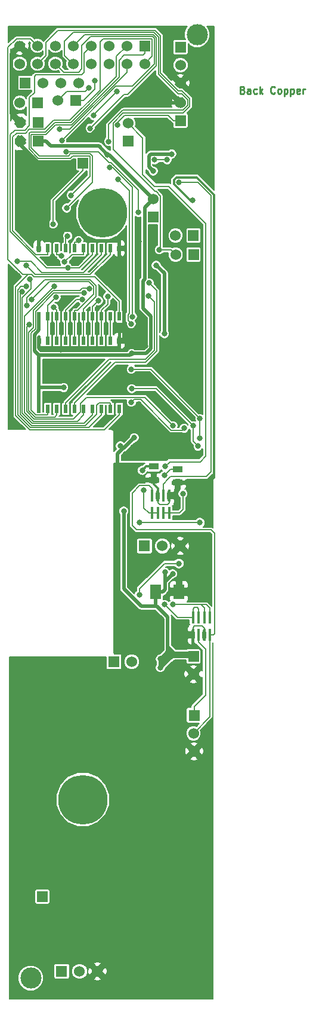
<source format=gbl>
G04 (created by PCBNEW (2013-mar-13)-testing) date Fri 03 May 2013 14:03:15 BST*
%MOIN*%
G04 Gerber Fmt 3.4, Leading zero omitted, Abs format*
%FSLAX34Y34*%
G01*
G70*
G90*
G04 APERTURE LIST*
%ADD10C,0.006*%
%ADD11C,0.00984252*%
%ADD12C,0.11811*%
%ADD13C,0.275591*%
%ADD14R,0.06X0.08*%
%ADD15R,0.06X0.06*%
%ADD16C,0.06*%
%ADD17R,0.02X0.05*%
%ADD18R,0.055X0.035*%
%ADD19R,0.0165354X0.0669291*%
%ADD20C,0.0314961*%
%ADD21C,0.019685*%
%ADD22C,0.00590551*%
%ADD23C,0.00787402*%
%ADD24C,0.011811*%
G04 APERTURE END LIST*
G54D10*
G54D11*
X23143Y-25975D02*
X23199Y-25994D01*
X23218Y-26013D01*
X23237Y-26050D01*
X23237Y-26107D01*
X23218Y-26144D01*
X23199Y-26163D01*
X23162Y-26182D01*
X23012Y-26182D01*
X23012Y-25788D01*
X23143Y-25788D01*
X23181Y-25807D01*
X23199Y-25825D01*
X23218Y-25863D01*
X23218Y-25900D01*
X23199Y-25938D01*
X23181Y-25957D01*
X23143Y-25975D01*
X23012Y-25975D01*
X23574Y-26182D02*
X23574Y-25975D01*
X23555Y-25938D01*
X23518Y-25919D01*
X23443Y-25919D01*
X23405Y-25938D01*
X23574Y-26163D02*
X23537Y-26182D01*
X23443Y-26182D01*
X23405Y-26163D01*
X23387Y-26125D01*
X23387Y-26088D01*
X23405Y-26050D01*
X23443Y-26032D01*
X23537Y-26032D01*
X23574Y-26013D01*
X23930Y-26163D02*
X23893Y-26182D01*
X23818Y-26182D01*
X23780Y-26163D01*
X23762Y-26144D01*
X23743Y-26107D01*
X23743Y-25994D01*
X23762Y-25957D01*
X23780Y-25938D01*
X23818Y-25919D01*
X23893Y-25919D01*
X23930Y-25938D01*
X24099Y-26182D02*
X24099Y-25788D01*
X24137Y-26032D02*
X24249Y-26182D01*
X24249Y-25919D02*
X24099Y-26069D01*
X24943Y-26144D02*
X24924Y-26163D01*
X24868Y-26182D01*
X24830Y-26182D01*
X24774Y-26163D01*
X24737Y-26125D01*
X24718Y-26088D01*
X24699Y-26013D01*
X24699Y-25957D01*
X24718Y-25882D01*
X24737Y-25844D01*
X24774Y-25807D01*
X24830Y-25788D01*
X24868Y-25788D01*
X24924Y-25807D01*
X24943Y-25825D01*
X25168Y-26182D02*
X25130Y-26163D01*
X25112Y-26144D01*
X25093Y-26107D01*
X25093Y-25994D01*
X25112Y-25957D01*
X25130Y-25938D01*
X25168Y-25919D01*
X25224Y-25919D01*
X25261Y-25938D01*
X25280Y-25957D01*
X25299Y-25994D01*
X25299Y-26107D01*
X25280Y-26144D01*
X25261Y-26163D01*
X25224Y-26182D01*
X25168Y-26182D01*
X25468Y-25919D02*
X25468Y-26313D01*
X25468Y-25938D02*
X25505Y-25919D01*
X25580Y-25919D01*
X25618Y-25938D01*
X25636Y-25957D01*
X25655Y-25994D01*
X25655Y-26107D01*
X25636Y-26144D01*
X25618Y-26163D01*
X25580Y-26182D01*
X25505Y-26182D01*
X25468Y-26163D01*
X25824Y-25919D02*
X25824Y-26313D01*
X25824Y-25938D02*
X25861Y-25919D01*
X25936Y-25919D01*
X25974Y-25938D01*
X25993Y-25957D01*
X26011Y-25994D01*
X26011Y-26107D01*
X25993Y-26144D01*
X25974Y-26163D01*
X25936Y-26182D01*
X25861Y-26182D01*
X25824Y-26163D01*
X26330Y-26163D02*
X26293Y-26182D01*
X26218Y-26182D01*
X26180Y-26163D01*
X26161Y-26125D01*
X26161Y-25975D01*
X26180Y-25938D01*
X26218Y-25919D01*
X26293Y-25919D01*
X26330Y-25938D01*
X26349Y-25975D01*
X26349Y-26013D01*
X26161Y-26050D01*
X26518Y-26182D02*
X26518Y-25919D01*
X26518Y-25994D02*
X26536Y-25957D01*
X26555Y-25938D01*
X26593Y-25919D01*
X26630Y-25919D01*
G54D12*
X11299Y-75500D03*
G54D13*
X15305Y-32844D03*
X14206Y-65549D03*
G54D14*
X18283Y-53964D03*
X19583Y-53964D03*
G54D15*
X17673Y-23515D03*
G54D16*
X17673Y-24515D03*
X16673Y-23515D03*
X16673Y-24515D03*
X15673Y-23515D03*
X15673Y-24515D03*
X14673Y-23515D03*
X14673Y-24515D03*
X13673Y-23515D03*
X13673Y-24515D03*
X12673Y-23515D03*
X12673Y-24515D03*
X11673Y-23515D03*
X11673Y-24515D03*
X10673Y-23515D03*
X10673Y-24515D03*
G54D17*
X16251Y-43756D03*
X15751Y-43756D03*
X15251Y-43756D03*
X14751Y-43756D03*
X14251Y-43756D03*
X13751Y-43756D03*
X13251Y-43756D03*
X12751Y-43756D03*
X12251Y-43756D03*
X11751Y-43756D03*
X11751Y-39956D03*
X12251Y-39956D03*
X12751Y-39956D03*
X13251Y-39956D03*
X13751Y-39956D03*
X14251Y-39956D03*
X14751Y-39956D03*
X15251Y-39956D03*
X15751Y-39956D03*
X16251Y-39956D03*
X16251Y-38610D03*
X15751Y-38610D03*
X15251Y-38610D03*
X14751Y-38610D03*
X14251Y-38610D03*
X13751Y-38610D03*
X13251Y-38610D03*
X12751Y-38610D03*
X12251Y-38610D03*
X11751Y-38610D03*
X11751Y-34810D03*
X12251Y-34810D03*
X12751Y-34810D03*
X13251Y-34810D03*
X13751Y-34810D03*
X14251Y-34810D03*
X14751Y-34810D03*
X15251Y-34810D03*
X15751Y-34810D03*
X16251Y-34810D03*
G54D18*
X19500Y-47125D03*
X19500Y-47875D03*
X18169Y-47725D03*
X18169Y-46975D03*
G54D15*
X20393Y-57551D03*
G54D16*
X20393Y-58551D03*
G54D15*
X11690Y-26692D03*
G54D16*
X10690Y-26692D03*
G54D15*
X11700Y-27783D03*
G54D16*
X10700Y-27783D03*
G54D15*
X17647Y-51407D03*
G54D16*
X18647Y-51407D03*
X19647Y-51407D03*
G54D15*
X20429Y-60850D03*
G54D16*
X20393Y-61850D03*
X20429Y-62850D03*
G54D15*
X16732Y-28840D03*
G54D16*
X16732Y-27840D03*
G54D15*
X13025Y-75127D03*
G54D16*
X14025Y-75127D03*
X15025Y-75127D03*
G54D15*
X19665Y-27685D03*
G54D16*
X19665Y-26685D03*
G54D15*
X14224Y-30059D03*
X11700Y-28834D03*
G54D16*
X10700Y-28834D03*
G54D15*
X18145Y-33051D03*
G54D16*
X18145Y-32051D03*
G54D15*
X19665Y-23596D03*
G54D16*
X19665Y-24596D03*
X19665Y-25596D03*
G54D19*
X18082Y-49570D03*
X18397Y-49570D03*
X18712Y-49570D03*
X19027Y-49570D03*
X18082Y-48594D03*
X18397Y-48594D03*
X18712Y-48594D03*
X19027Y-48594D03*
G54D15*
X11940Y-70960D03*
X15944Y-57862D03*
G54D16*
X16944Y-57862D03*
G54D15*
X20397Y-35161D03*
G54D16*
X19397Y-35161D03*
G54D15*
X20389Y-34090D03*
G54D16*
X19389Y-34090D03*
G54D12*
X20600Y-22900D03*
G54D19*
X20366Y-56362D03*
X20681Y-56362D03*
X20996Y-56362D03*
X21311Y-56362D03*
X20366Y-55385D03*
X20681Y-55385D03*
X20996Y-55385D03*
X21311Y-55385D03*
G54D15*
X10988Y-25578D03*
G54D16*
X11988Y-25578D03*
X12988Y-25578D03*
X13988Y-25578D03*
G54D15*
X13807Y-26574D03*
G54D16*
X12807Y-26574D03*
G54D20*
X19177Y-29547D03*
X18149Y-30500D03*
X15592Y-29580D03*
X13134Y-42571D03*
X16937Y-40677D03*
X14278Y-37292D03*
X14573Y-37058D03*
X14181Y-37666D03*
X11355Y-37659D03*
X11061Y-37989D03*
X17884Y-37470D03*
X17916Y-36739D03*
X12616Y-36919D03*
X11240Y-36519D03*
X11055Y-36926D03*
X10816Y-37217D03*
X12712Y-37537D03*
X12587Y-38107D03*
X19867Y-44843D03*
X16920Y-43389D03*
X12915Y-28171D03*
X20370Y-44700D03*
X20649Y-45842D03*
X13001Y-35218D03*
X16937Y-42635D03*
X13303Y-32561D03*
X20740Y-45389D03*
X20748Y-44303D03*
X16915Y-41550D03*
X13353Y-34117D03*
X14891Y-25462D03*
X13286Y-29416D03*
X17320Y-32797D03*
X14619Y-28112D03*
X13040Y-28786D03*
X15711Y-30308D03*
X16975Y-38614D03*
X18483Y-34891D03*
X11196Y-39046D03*
X19249Y-44699D03*
X15078Y-37728D03*
X15608Y-37493D03*
X16108Y-26071D03*
X14812Y-27409D03*
X18814Y-46960D03*
X17374Y-50106D03*
X20740Y-50106D03*
X12542Y-33451D03*
X13553Y-31846D03*
X13975Y-34372D03*
X13183Y-35573D03*
X13379Y-35907D03*
X10556Y-35528D03*
X11033Y-35777D03*
X16148Y-27917D03*
X19807Y-48484D03*
X18779Y-54665D03*
X19248Y-54673D03*
X19575Y-52384D03*
X17376Y-54132D03*
X17618Y-48295D03*
X19578Y-31129D03*
X18917Y-29870D03*
X18220Y-29870D03*
X18767Y-39565D03*
X18311Y-35754D03*
X14527Y-25875D03*
X15648Y-28849D03*
X16182Y-30969D03*
X16917Y-39014D03*
X21259Y-50791D03*
X21263Y-50153D03*
X18570Y-57141D03*
X17389Y-58661D03*
X16543Y-49007D03*
X17496Y-47598D03*
X20332Y-32140D03*
X20027Y-47814D03*
X17078Y-45363D03*
X16303Y-45820D03*
X17330Y-34440D03*
X18972Y-35787D03*
X18070Y-46486D03*
X20003Y-43952D03*
X20409Y-43562D03*
X12720Y-41145D03*
X17334Y-42152D03*
X10586Y-36342D03*
X12982Y-40456D03*
X17704Y-40259D03*
X17017Y-45895D03*
X13532Y-28673D03*
X18608Y-44843D03*
X17334Y-43502D03*
X13689Y-29951D03*
X17527Y-47192D03*
X18779Y-47470D03*
X18543Y-58185D03*
X18539Y-57708D03*
X16496Y-49460D03*
X19228Y-52956D03*
X18799Y-52874D03*
G54D21*
X17897Y-30248D02*
X18149Y-30500D01*
X17897Y-29665D02*
X17897Y-30248D01*
X18015Y-29547D02*
X17897Y-29665D01*
X19177Y-29547D02*
X18015Y-29547D01*
X11751Y-38633D02*
X11751Y-39018D01*
X11751Y-38633D02*
X11751Y-38610D01*
X11700Y-28834D02*
X12158Y-28834D01*
X11751Y-42571D02*
X13134Y-42571D01*
X11751Y-43756D02*
X11751Y-42571D01*
X11751Y-42571D02*
X11751Y-40771D01*
X11751Y-39355D02*
X11751Y-39018D01*
X11494Y-39612D02*
X11751Y-39355D01*
X11494Y-40514D02*
X11494Y-39612D01*
X11751Y-40771D02*
X11494Y-40514D01*
X15113Y-29101D02*
X15592Y-29580D01*
X12424Y-29101D02*
X15113Y-29101D01*
X12158Y-28834D02*
X12424Y-29101D01*
X15675Y-29580D02*
X15592Y-29580D01*
X18145Y-32051D02*
X15675Y-29580D01*
X16842Y-40771D02*
X16937Y-40677D01*
X11751Y-40771D02*
X16842Y-40771D01*
X17661Y-32535D02*
X18145Y-32051D01*
X17661Y-36524D02*
X17661Y-32535D01*
X17560Y-36626D02*
X17661Y-36524D01*
X17560Y-38145D02*
X17560Y-36626D01*
X18023Y-38608D02*
X17560Y-38145D01*
X18023Y-40400D02*
X18023Y-38608D01*
X17746Y-40677D02*
X18023Y-40400D01*
X16937Y-40677D02*
X17746Y-40677D01*
G54D22*
X11581Y-44095D02*
X12212Y-44095D01*
X11581Y-44095D02*
X11299Y-43812D01*
X11299Y-43812D02*
X11299Y-39542D01*
X11299Y-39542D02*
X11560Y-39281D01*
X11560Y-39281D02*
X11560Y-38314D01*
X11560Y-38314D02*
X12583Y-37291D01*
X12583Y-37291D02*
X14277Y-37291D01*
X14277Y-37291D02*
X14278Y-37292D01*
X12251Y-44055D02*
X12251Y-43756D01*
X12212Y-44095D02*
X12251Y-44055D01*
X12751Y-43756D02*
X12751Y-44095D01*
X12633Y-44213D02*
X12751Y-44095D01*
X11532Y-44213D02*
X12633Y-44213D01*
X11181Y-43862D02*
X11532Y-44213D01*
X11181Y-39493D02*
X11181Y-43862D01*
X11442Y-39232D02*
X11181Y-39493D01*
X11442Y-38265D02*
X11442Y-39232D01*
X12534Y-37173D02*
X11442Y-38265D01*
X14049Y-37173D02*
X12534Y-37173D01*
X14192Y-37030D02*
X14049Y-37173D01*
X14545Y-37030D02*
X14192Y-37030D01*
X14573Y-37058D02*
X14545Y-37030D01*
X13251Y-38949D02*
X13251Y-39617D01*
X13251Y-39956D02*
X13251Y-39617D01*
X13251Y-38779D02*
X13251Y-38949D01*
X13251Y-38779D02*
X13251Y-38610D01*
X13251Y-38610D02*
X13251Y-38271D01*
X14181Y-37666D02*
X14181Y-37666D01*
X13857Y-37666D02*
X14181Y-37666D01*
X13251Y-38271D02*
X13857Y-37666D01*
X13924Y-38271D02*
X13751Y-38271D01*
X14820Y-37376D02*
X13924Y-38271D01*
X14820Y-36932D02*
X14820Y-37376D01*
X14557Y-36670D02*
X14820Y-36932D01*
X12345Y-36670D02*
X14557Y-36670D01*
X11355Y-37659D02*
X12345Y-36670D01*
X13751Y-38610D02*
X13751Y-39956D01*
X13751Y-38610D02*
X13751Y-38271D01*
X14251Y-39956D02*
X14251Y-39617D01*
X14251Y-38779D02*
X14251Y-38949D01*
X14251Y-39617D02*
X14251Y-38949D01*
X14251Y-38779D02*
X14251Y-38610D01*
X14251Y-38195D02*
X14251Y-38610D01*
X14938Y-37508D02*
X14251Y-38195D01*
X14938Y-36881D02*
X14938Y-37508D01*
X14609Y-36552D02*
X14938Y-36881D01*
X12081Y-36552D02*
X14609Y-36552D01*
X11061Y-37571D02*
X12081Y-36552D01*
X11061Y-37989D02*
X11061Y-37571D01*
X13251Y-43756D02*
X13251Y-43417D01*
X15669Y-41000D02*
X13251Y-43417D01*
X15669Y-41000D02*
X15669Y-41000D01*
X17700Y-41000D02*
X15669Y-41000D01*
X18214Y-40487D02*
X17700Y-41000D01*
X18214Y-37800D02*
X18214Y-40487D01*
X17884Y-37470D02*
X18214Y-37800D01*
X13751Y-43756D02*
X13751Y-43417D01*
X18335Y-37158D02*
X17916Y-36739D01*
X18335Y-40534D02*
X18335Y-37158D01*
X17700Y-41169D02*
X18335Y-40534D01*
X15999Y-41169D02*
X17700Y-41169D01*
X13751Y-43417D02*
X15999Y-41169D01*
X14251Y-43756D02*
X14251Y-44095D01*
X10945Y-38591D02*
X12616Y-36919D01*
X10945Y-43960D02*
X10945Y-38591D01*
X11434Y-44449D02*
X10945Y-43960D01*
X13897Y-44449D02*
X11434Y-44449D01*
X14251Y-44095D02*
X13897Y-44449D01*
X11240Y-36519D02*
X11310Y-36589D01*
X11310Y-36589D02*
X11310Y-37072D01*
X11310Y-37072D02*
X10815Y-37566D01*
X10815Y-37566D02*
X10815Y-43997D01*
X10815Y-43997D02*
X11385Y-44567D01*
X11385Y-44567D02*
X14279Y-44567D01*
X14279Y-44567D02*
X14751Y-44095D01*
X14751Y-43756D02*
X14751Y-44095D01*
X11055Y-36926D02*
X10759Y-36926D01*
X10759Y-36926D02*
X10570Y-37115D01*
X10570Y-37115D02*
X10570Y-44087D01*
X10570Y-44087D02*
X11287Y-44804D01*
X11287Y-44804D02*
X14542Y-44804D01*
X14542Y-44804D02*
X15251Y-44095D01*
X15251Y-43756D02*
X15251Y-44095D01*
X15106Y-43417D02*
X15697Y-43417D01*
X15106Y-43417D02*
X14966Y-43557D01*
X14966Y-43557D02*
X14966Y-44065D01*
X14966Y-44065D02*
X14346Y-44686D01*
X14346Y-44686D02*
X11336Y-44686D01*
X11336Y-44686D02*
X10697Y-44046D01*
X10697Y-44046D02*
X10697Y-37336D01*
X10697Y-37336D02*
X10816Y-37217D01*
X15751Y-43472D02*
X15751Y-43756D01*
X15697Y-43417D02*
X15751Y-43472D01*
X12251Y-38610D02*
X12251Y-37998D01*
X12251Y-37998D02*
X12712Y-37537D01*
X12251Y-38610D02*
X12251Y-39956D01*
X12751Y-38779D02*
X12751Y-38949D01*
X12751Y-39956D02*
X12751Y-38949D01*
X12751Y-38779D02*
X12751Y-38610D01*
X12751Y-38610D02*
X12751Y-38271D01*
X12751Y-38271D02*
X12587Y-38107D01*
X12041Y-28172D02*
X12083Y-28172D01*
X15173Y-25040D02*
X15173Y-23283D01*
X10276Y-33840D02*
X11585Y-35149D01*
X10276Y-28605D02*
X10276Y-33840D01*
X10500Y-28381D02*
X10276Y-28605D01*
X10995Y-28381D02*
X10500Y-28381D01*
X11204Y-28172D02*
X10995Y-28381D01*
X12041Y-28172D02*
X11204Y-28172D01*
X12251Y-34810D02*
X12251Y-35149D01*
X11585Y-35149D02*
X12251Y-35149D01*
X18079Y-24109D02*
X17673Y-24515D01*
X18079Y-23169D02*
X18079Y-24109D01*
X18036Y-23126D02*
X18079Y-23169D01*
X15329Y-23126D02*
X18036Y-23126D01*
X15173Y-23283D02*
X15329Y-23126D01*
X15173Y-25985D02*
X15173Y-25040D01*
X13481Y-27677D02*
X15173Y-25985D01*
X12578Y-27677D02*
X13481Y-27677D01*
X12083Y-28172D02*
X12578Y-27677D01*
X19867Y-44843D02*
X19765Y-44945D01*
X19765Y-44945D02*
X19147Y-44945D01*
X19147Y-44945D02*
X17439Y-43238D01*
X17439Y-43238D02*
X17071Y-43238D01*
X17071Y-43238D02*
X16920Y-43389D01*
X17591Y-24597D02*
X17673Y-24515D01*
X13428Y-28171D02*
X13487Y-28171D01*
X12915Y-28171D02*
X13428Y-28171D01*
X16673Y-24986D02*
X16673Y-24515D01*
X13487Y-28171D02*
X16673Y-24986D01*
X12751Y-34810D02*
X12751Y-35149D01*
X12932Y-35149D02*
X13001Y-35218D01*
X12751Y-35149D02*
X12932Y-35149D01*
X20374Y-45566D02*
X20649Y-45842D01*
X20374Y-44704D02*
X20374Y-45566D01*
X20370Y-44700D02*
X20374Y-44704D01*
X18304Y-42635D02*
X16937Y-42635D01*
X20370Y-44700D02*
X18304Y-42635D01*
X16229Y-24724D02*
X16229Y-25263D01*
X11323Y-28445D02*
X12143Y-28445D01*
X11312Y-28457D02*
X11323Y-28445D01*
X11312Y-29202D02*
X11312Y-28457D01*
X11772Y-29662D02*
X11312Y-29202D01*
X13403Y-29662D02*
X11772Y-29662D01*
X13524Y-29541D02*
X13403Y-29662D01*
X14625Y-29541D02*
X13524Y-29541D01*
X14752Y-29668D02*
X14625Y-29541D01*
X14752Y-31112D02*
X14752Y-29668D01*
X13303Y-32561D02*
X14752Y-31112D01*
X12676Y-27913D02*
X12143Y-28445D01*
X13579Y-27913D02*
X12676Y-27913D01*
X16229Y-25263D02*
X13579Y-27913D01*
X17673Y-23937D02*
X17673Y-23515D01*
X17566Y-24043D02*
X17673Y-23937D01*
X16503Y-24043D02*
X17566Y-24043D01*
X16229Y-24317D02*
X16503Y-24043D01*
X20748Y-44303D02*
X17995Y-41550D01*
X17995Y-41550D02*
X16915Y-41550D01*
X13353Y-34117D02*
X13251Y-34219D01*
X13251Y-34219D02*
X13251Y-34810D01*
X20740Y-44311D02*
X20748Y-44303D01*
X20740Y-45389D02*
X20740Y-44311D01*
X16229Y-24731D02*
X16229Y-24724D01*
X16229Y-24724D02*
X16229Y-24317D01*
X14242Y-26574D02*
X13807Y-26574D01*
X14891Y-25925D02*
X14242Y-26574D01*
X14891Y-25462D02*
X14891Y-25925D01*
X15080Y-29416D02*
X13286Y-29416D01*
X15683Y-30019D02*
X15080Y-29416D01*
X15779Y-30019D02*
X15683Y-30019D01*
X17320Y-31560D02*
X15779Y-30019D01*
X17320Y-32797D02*
X17320Y-31560D01*
X14298Y-22890D02*
X13673Y-23515D01*
X18143Y-22890D02*
X14298Y-22890D01*
X18315Y-23062D02*
X18143Y-22890D01*
X18315Y-24626D02*
X18315Y-23062D01*
X16718Y-26223D02*
X18315Y-24626D01*
X16507Y-26223D02*
X16718Y-26223D01*
X14619Y-28112D02*
X16507Y-26223D01*
X14141Y-23570D02*
X14141Y-23497D01*
X16051Y-25774D02*
X13040Y-28786D01*
X16966Y-25774D02*
X16051Y-25774D01*
X18197Y-24543D02*
X16966Y-25774D01*
X18197Y-23111D02*
X18197Y-24543D01*
X18094Y-23008D02*
X18197Y-23111D01*
X14630Y-23008D02*
X18094Y-23008D01*
X14215Y-23424D02*
X14630Y-23008D01*
X14141Y-23497D02*
X14215Y-23424D01*
X12673Y-24515D02*
X12677Y-24515D01*
X14141Y-24803D02*
X14141Y-23570D01*
X14141Y-23570D02*
X14141Y-23566D01*
X13966Y-24978D02*
X14141Y-24803D01*
X13139Y-24978D02*
X13966Y-24978D01*
X12677Y-24515D02*
X13139Y-24978D01*
X16975Y-38614D02*
X16975Y-31402D01*
X16975Y-31402D02*
X15881Y-30308D01*
X15881Y-30308D02*
X15711Y-30308D01*
X19088Y-34891D02*
X19127Y-34891D01*
X18483Y-34891D02*
X19088Y-34891D01*
X19127Y-34891D02*
X19397Y-35161D01*
X12972Y-22653D02*
X12826Y-22653D01*
X12141Y-24047D02*
X11673Y-24515D01*
X12141Y-23338D02*
X12141Y-24047D01*
X12826Y-22653D02*
X12141Y-23338D01*
X18241Y-22653D02*
X12972Y-22653D01*
X12972Y-22653D02*
X12969Y-22653D01*
X18552Y-22964D02*
X18241Y-22653D01*
X18552Y-25040D02*
X18552Y-22964D01*
X19539Y-26028D02*
X18552Y-25040D01*
X19745Y-26028D02*
X19539Y-26028D01*
X20189Y-26472D02*
X19745Y-26028D01*
X20189Y-26887D02*
X20189Y-26472D01*
X19815Y-27261D02*
X20189Y-26887D01*
X16451Y-27261D02*
X19815Y-27261D01*
X15899Y-27813D02*
X16451Y-27261D01*
X15899Y-29294D02*
X15899Y-27813D01*
X18245Y-31640D02*
X15899Y-29294D01*
X18297Y-31640D02*
X18245Y-31640D01*
X18542Y-31885D02*
X18297Y-31640D01*
X18542Y-34832D02*
X18542Y-31885D01*
X18483Y-34891D02*
X18542Y-34832D01*
X19249Y-44699D02*
X17669Y-43119D01*
X17669Y-43119D02*
X14398Y-43119D01*
X14398Y-43119D02*
X14063Y-43455D01*
X14063Y-43455D02*
X14063Y-43944D01*
X14063Y-43944D02*
X13675Y-44331D01*
X13675Y-44331D02*
X11483Y-44331D01*
X11483Y-44331D02*
X11063Y-43911D01*
X11063Y-43911D02*
X11063Y-39179D01*
X11063Y-39179D02*
X11196Y-39046D01*
X10452Y-44136D02*
X10452Y-36953D01*
X10452Y-44136D02*
X11238Y-44922D01*
X11238Y-44922D02*
X15424Y-44922D01*
X15424Y-44922D02*
X16251Y-44095D01*
X16251Y-43756D02*
X16251Y-44095D01*
X10452Y-36953D02*
X11146Y-36258D01*
X10023Y-35423D02*
X10858Y-36258D01*
X10023Y-23595D02*
X10023Y-35423D01*
X10493Y-23124D02*
X10023Y-23595D01*
X11282Y-23124D02*
X10493Y-23124D01*
X11673Y-23515D02*
X11282Y-23124D01*
X11348Y-36258D02*
X11146Y-36258D01*
X11146Y-36258D02*
X10858Y-36258D01*
X11484Y-36395D02*
X11348Y-36258D01*
X14874Y-36395D02*
X11484Y-36395D01*
X16251Y-37773D02*
X14874Y-36395D01*
X16251Y-38610D02*
X16251Y-37773D01*
X14751Y-38779D02*
X14751Y-38949D01*
X14751Y-39956D02*
X14751Y-39617D01*
X14751Y-39617D02*
X14751Y-38949D01*
X14751Y-38779D02*
X14751Y-38610D01*
X14751Y-38054D02*
X15078Y-37728D01*
X14751Y-38610D02*
X14751Y-38054D01*
X15251Y-39956D02*
X15251Y-38610D01*
X15608Y-37915D02*
X15608Y-37493D01*
X15251Y-38271D02*
X15608Y-37915D01*
X15251Y-38610D02*
X15251Y-38271D01*
X14812Y-27367D02*
X16108Y-26071D01*
X14812Y-27409D02*
X14812Y-27367D01*
G54D23*
X19062Y-46712D02*
X18814Y-46960D01*
X20777Y-46712D02*
X19062Y-46712D01*
X21082Y-46407D02*
X20777Y-46712D01*
X21082Y-33415D02*
X21082Y-46407D01*
X19015Y-31348D02*
X21082Y-33415D01*
X18218Y-31348D02*
X19015Y-31348D01*
X17557Y-30687D02*
X18218Y-31348D01*
X17557Y-28665D02*
X17557Y-30687D01*
X16732Y-27840D02*
X17557Y-28665D01*
X17374Y-50106D02*
X20740Y-50106D01*
G54D22*
X14224Y-30059D02*
X14224Y-30447D01*
X12542Y-32129D02*
X12542Y-33451D01*
X14224Y-30447D02*
X12542Y-32129D01*
X12091Y-28327D02*
X12094Y-28327D01*
X16673Y-23515D02*
X16088Y-24100D01*
X11193Y-28408D02*
X11193Y-29251D01*
X11193Y-29251D02*
X11722Y-29780D01*
X11722Y-29780D02*
X13511Y-29780D01*
X13511Y-29780D02*
X13632Y-29659D01*
X13632Y-29659D02*
X14570Y-29659D01*
X14570Y-29659D02*
X14613Y-29702D01*
X14613Y-29702D02*
X14613Y-30787D01*
X14613Y-30787D02*
X13553Y-31846D01*
X12091Y-28327D02*
X11274Y-28327D01*
X11274Y-28327D02*
X11193Y-28408D01*
X16088Y-24100D02*
X16088Y-24695D01*
X16088Y-25237D02*
X16088Y-24695D01*
X13530Y-27795D02*
X16088Y-25237D01*
X12627Y-27795D02*
X13530Y-27795D01*
X12094Y-28327D02*
X12627Y-27795D01*
X13875Y-34471D02*
X13975Y-34372D01*
X13751Y-34471D02*
X13875Y-34471D01*
X13751Y-34810D02*
X13751Y-34471D01*
X14251Y-34810D02*
X14251Y-35149D01*
X13607Y-35149D02*
X13183Y-35573D01*
X14251Y-35149D02*
X13607Y-35149D01*
X11216Y-27374D02*
X11216Y-26391D01*
X10145Y-28472D02*
X10401Y-28216D01*
X10401Y-28216D02*
X10592Y-28216D01*
X11216Y-27968D02*
X10968Y-28216D01*
X10968Y-28216D02*
X10592Y-28216D01*
X11216Y-27964D02*
X11216Y-27374D01*
X11216Y-27964D02*
X11216Y-27968D01*
X13379Y-35907D02*
X12176Y-35907D01*
X10145Y-33877D02*
X12176Y-35907D01*
X10145Y-28663D02*
X10145Y-33877D01*
X10145Y-28663D02*
X10145Y-28472D01*
X11574Y-25137D02*
X13759Y-25137D01*
X11496Y-25216D02*
X11574Y-25137D01*
X11496Y-26112D02*
X11496Y-25216D01*
X11216Y-26391D02*
X11496Y-26112D01*
X13759Y-25137D02*
X14133Y-25137D01*
X14267Y-23921D02*
X14673Y-23515D01*
X14267Y-23921D02*
X14267Y-24844D01*
X14267Y-25003D02*
X14267Y-24844D01*
X14133Y-25137D02*
X14267Y-25003D01*
X14751Y-34810D02*
X14751Y-35149D01*
X13993Y-35907D02*
X13379Y-35907D01*
X14751Y-35149D02*
X13993Y-35907D01*
X15251Y-34810D02*
X15251Y-35149D01*
X11300Y-35528D02*
X10556Y-35528D01*
X11925Y-36153D02*
X11300Y-35528D01*
X14247Y-36153D02*
X11925Y-36153D01*
X15251Y-35149D02*
X14247Y-36153D01*
X15751Y-34810D02*
X15751Y-35149D01*
X11531Y-36274D02*
X11033Y-35777D01*
X14626Y-36274D02*
X11531Y-36274D01*
X15751Y-35149D02*
X14626Y-36274D01*
X19665Y-27685D02*
X19276Y-27685D01*
X16148Y-27786D02*
X16148Y-27917D01*
X16546Y-27389D02*
X16148Y-27786D01*
X18980Y-27389D02*
X16546Y-27389D01*
X19276Y-27685D02*
X18980Y-27389D01*
G54D23*
X19027Y-49570D02*
X18712Y-49570D01*
X19625Y-49555D02*
X19043Y-49555D01*
X19807Y-48484D02*
X19807Y-49374D01*
X19807Y-49374D02*
X19625Y-49555D01*
G54D22*
X19043Y-49555D02*
X19027Y-49570D01*
X20681Y-56362D02*
X20681Y-56767D01*
X20429Y-60358D02*
X20429Y-60850D01*
X21062Y-59724D02*
X20429Y-60358D01*
X21062Y-57149D02*
X21062Y-59724D01*
X20681Y-56767D02*
X21062Y-57149D01*
G54D23*
X20429Y-60850D02*
X20429Y-60763D01*
G54D22*
X20681Y-55385D02*
X20681Y-54921D01*
X20366Y-54917D02*
X20366Y-55385D01*
X20440Y-54842D02*
X20366Y-54917D01*
X20602Y-54842D02*
X20440Y-54842D01*
X20681Y-54921D02*
X20602Y-54842D01*
X20366Y-55385D02*
X19500Y-55385D01*
X19500Y-55385D02*
X18779Y-54665D01*
X17212Y-50503D02*
X21389Y-50503D01*
X16960Y-50251D02*
X17212Y-50503D01*
X18082Y-48594D02*
X18082Y-48204D01*
X16960Y-48460D02*
X16960Y-49460D01*
X17381Y-48039D02*
X16960Y-48460D01*
X17917Y-48039D02*
X17381Y-48039D01*
X18082Y-48204D02*
X17917Y-48039D01*
X16960Y-49460D02*
X16960Y-50251D01*
X21515Y-56362D02*
X21311Y-56362D01*
X21566Y-56311D02*
X21515Y-56362D01*
X21566Y-50681D02*
X21566Y-56311D01*
X21389Y-50503D02*
X21566Y-50681D01*
X21311Y-56362D02*
X21311Y-60933D01*
X21311Y-60933D02*
X20393Y-61850D01*
G54D23*
X20393Y-61850D02*
X20381Y-61850D01*
G54D22*
X20803Y-54673D02*
X21114Y-54673D01*
X21311Y-54870D02*
X21311Y-55385D01*
X21114Y-54673D02*
X21311Y-54870D01*
X19248Y-54673D02*
X20803Y-54673D01*
X20803Y-54673D02*
X20822Y-54673D01*
X20996Y-54846D02*
X20996Y-55385D01*
X20822Y-54673D02*
X20996Y-54846D01*
X18789Y-52384D02*
X19575Y-52384D01*
X17376Y-53798D02*
X18789Y-52384D01*
X17376Y-54132D02*
X17376Y-53798D01*
G54D23*
X18082Y-49570D02*
X18397Y-49570D01*
X17618Y-48732D02*
X17618Y-49295D01*
X17618Y-48732D02*
X17618Y-48295D01*
X17893Y-49570D02*
X18082Y-49570D01*
X17618Y-49295D02*
X17893Y-49570D01*
G54D22*
X18984Y-47676D02*
X18984Y-47676D01*
G54D23*
X18984Y-47676D02*
X19122Y-47539D01*
X19122Y-47539D02*
X21098Y-47539D01*
X21098Y-47539D02*
X21370Y-47267D01*
X21370Y-47267D02*
X21370Y-31870D01*
X21370Y-31870D02*
X20629Y-31129D01*
X20629Y-31129D02*
X19578Y-31129D01*
X18712Y-47948D02*
X18712Y-48594D01*
X18984Y-47676D02*
X18712Y-47948D01*
G54D22*
X18220Y-29870D02*
X18917Y-29870D01*
G54D21*
X18767Y-36209D02*
X18311Y-35754D01*
X18767Y-39565D02*
X18767Y-36209D01*
G54D22*
X13309Y-26072D02*
X12807Y-26574D01*
X14330Y-26072D02*
X13309Y-26072D01*
X14527Y-25875D02*
X14330Y-26072D01*
X13673Y-24515D02*
X13645Y-24515D01*
X15648Y-27897D02*
X15648Y-28849D01*
X15648Y-27897D02*
X16444Y-27101D01*
X16444Y-27101D02*
X19808Y-27101D01*
X19808Y-27101D02*
X20071Y-26837D01*
X20071Y-26837D02*
X20071Y-26521D01*
X20071Y-26521D02*
X19755Y-26205D01*
X19755Y-26205D02*
X19544Y-26205D01*
X19544Y-26205D02*
X18434Y-25095D01*
X18434Y-25095D02*
X18434Y-23013D01*
X18434Y-23013D02*
X18192Y-22772D01*
X18192Y-22772D02*
X13839Y-22772D01*
X13668Y-22772D02*
X13839Y-22772D01*
X13192Y-23248D02*
X13668Y-22772D01*
X13192Y-24062D02*
X13192Y-23248D01*
X13645Y-24515D02*
X13192Y-24062D01*
X16182Y-30969D02*
X16808Y-31594D01*
X16808Y-31594D02*
X16808Y-38432D01*
X16808Y-38432D02*
X16728Y-38512D01*
X16728Y-38512D02*
X16728Y-38825D01*
X16728Y-38825D02*
X16917Y-39014D01*
G54D21*
X20027Y-47814D02*
X20499Y-47814D01*
X21267Y-50149D02*
X21263Y-50153D01*
X21267Y-48582D02*
X21267Y-50149D01*
X20499Y-47814D02*
X21267Y-48582D01*
G54D22*
X20885Y-57283D02*
X20885Y-57362D01*
X20366Y-56763D02*
X20885Y-57283D01*
X20366Y-56362D02*
X20366Y-56763D01*
X20885Y-58059D02*
X20393Y-58551D01*
X20885Y-57362D02*
X20885Y-58059D01*
X20996Y-56362D02*
X20996Y-55992D01*
X20366Y-55964D02*
X20366Y-56362D01*
X20452Y-55877D02*
X20366Y-55964D01*
X20881Y-55877D02*
X20452Y-55877D01*
X20996Y-55992D02*
X20881Y-55877D01*
G54D23*
X18397Y-48594D02*
X18397Y-48988D01*
X18397Y-48988D02*
X18496Y-49086D01*
X18496Y-49086D02*
X18952Y-49086D01*
X18952Y-49086D02*
X19027Y-49011D01*
X19027Y-49011D02*
X19027Y-48594D01*
G54D24*
X18397Y-48594D02*
X18397Y-48204D01*
X18169Y-47976D02*
X18169Y-47725D01*
X18397Y-48204D02*
X18169Y-47976D01*
G54D23*
X19500Y-47875D02*
X19500Y-48433D01*
X19303Y-48629D02*
X19125Y-48629D01*
X19500Y-48433D02*
X19303Y-48629D01*
G54D24*
X20332Y-32140D02*
X20196Y-32140D01*
X20196Y-32140D02*
X19298Y-31242D01*
X19298Y-31242D02*
X19298Y-31000D01*
X19298Y-31000D02*
X19450Y-30848D01*
X19450Y-30848D02*
X20571Y-30848D01*
X20571Y-30848D02*
X21539Y-31816D01*
X21539Y-31816D02*
X21539Y-47594D01*
X21539Y-47594D02*
X21488Y-47646D01*
X21488Y-47646D02*
X21487Y-47646D01*
X21487Y-47646D02*
X21319Y-47814D01*
X21319Y-47814D02*
X20027Y-47814D01*
X19951Y-47874D02*
X19500Y-47874D01*
X20012Y-47814D02*
X19951Y-47874D01*
X20027Y-47814D02*
X20012Y-47814D01*
X17697Y-47725D02*
X18169Y-47725D01*
X17570Y-47598D02*
X17697Y-47725D01*
X17496Y-47598D02*
X17570Y-47598D01*
G54D22*
X19500Y-47874D02*
X19500Y-47875D01*
G54D21*
X16489Y-45952D02*
X17078Y-45363D01*
X16434Y-45952D02*
X16489Y-45952D01*
X16135Y-46251D02*
X16434Y-45952D01*
X16135Y-46999D02*
X16135Y-46251D01*
X16434Y-45952D02*
X16303Y-45820D01*
X17704Y-38826D02*
X17240Y-38362D01*
X17240Y-38362D02*
X17240Y-34531D01*
X17240Y-34531D02*
X17330Y-34440D01*
X17704Y-38826D02*
X17704Y-40259D01*
G54D22*
X18070Y-46486D02*
X17775Y-46190D01*
G54D21*
X16251Y-34810D02*
X16251Y-34484D01*
X13879Y-33796D02*
X12358Y-33796D01*
X13879Y-33796D02*
X14485Y-34403D01*
X14484Y-34401D02*
X14485Y-34403D01*
X16169Y-34401D02*
X14484Y-34401D01*
X16251Y-34484D02*
X16169Y-34401D01*
X16251Y-34810D02*
X16251Y-35218D01*
X16525Y-35491D02*
X16251Y-35218D01*
X16525Y-35491D02*
X16525Y-39956D01*
X18192Y-42152D02*
X19992Y-43952D01*
X19992Y-43952D02*
X20003Y-43952D01*
X17334Y-42152D02*
X18192Y-42152D01*
X17330Y-42153D02*
X17334Y-42153D01*
X17334Y-42153D02*
X17334Y-42152D01*
X12982Y-40363D02*
X12982Y-40456D01*
G54D22*
X17775Y-46190D02*
X17480Y-45895D01*
X17480Y-45895D02*
X17017Y-45895D01*
G54D21*
X13532Y-28673D02*
X14503Y-28673D01*
X14503Y-28673D02*
X16491Y-26685D01*
X16491Y-26685D02*
X19665Y-26685D01*
X12227Y-30040D02*
X13599Y-30040D01*
X13599Y-30040D02*
X13689Y-29951D01*
X10212Y-23976D02*
X10673Y-23515D01*
X10212Y-27294D02*
X10212Y-23976D01*
X10700Y-27783D02*
X10212Y-27294D01*
X18608Y-45357D02*
X18608Y-44843D01*
X17775Y-46190D02*
X18608Y-45357D01*
X17334Y-43570D02*
X17334Y-43502D01*
X18608Y-44843D02*
X17334Y-43570D01*
X11751Y-34810D02*
X11751Y-34403D01*
X12358Y-33796D02*
X11751Y-34403D01*
X12227Y-33666D02*
X12358Y-33796D01*
X12227Y-30040D02*
X12227Y-33666D01*
X11718Y-30040D02*
X12227Y-30040D01*
X10700Y-29023D02*
X11718Y-30040D01*
X10700Y-28834D02*
X10700Y-29023D01*
X11751Y-39956D02*
X11751Y-40363D01*
X16251Y-39956D02*
X16251Y-40363D01*
G54D24*
X17401Y-39956D02*
X16525Y-39956D01*
X17704Y-40259D02*
X17401Y-39956D01*
X16525Y-39956D02*
X16251Y-39956D01*
G54D21*
X11751Y-40363D02*
X12982Y-40363D01*
X12982Y-40363D02*
X16251Y-40363D01*
G54D22*
X15751Y-39956D02*
X15751Y-39617D01*
X15751Y-38610D02*
X15751Y-38949D01*
X15751Y-39617D02*
X15751Y-38949D01*
G54D24*
X18169Y-46975D02*
X18169Y-46975D01*
X17745Y-46975D02*
X17527Y-47192D01*
X18169Y-46975D02*
X17745Y-46975D01*
G54D22*
X18169Y-46975D02*
X18169Y-46975D01*
X19500Y-47125D02*
X19499Y-47125D01*
X19125Y-47125D02*
X18779Y-47470D01*
X19499Y-47125D02*
X19125Y-47125D01*
X19499Y-47125D02*
X19500Y-47125D01*
G54D21*
X18539Y-57708D02*
X18539Y-58181D01*
X18539Y-58181D02*
X18543Y-58185D01*
X18539Y-58181D02*
X18543Y-58185D01*
X20393Y-57551D02*
X20330Y-57551D01*
X20165Y-57385D02*
X19326Y-57385D01*
X20330Y-57551D02*
X20165Y-57385D01*
X19326Y-57385D02*
X18956Y-57015D01*
X19124Y-57663D02*
X19064Y-57663D01*
X19064Y-57663D02*
X18543Y-58185D01*
X19124Y-57663D02*
X19263Y-57523D01*
X18543Y-58185D02*
X18543Y-57925D01*
X18917Y-57551D02*
X18988Y-57551D01*
X18543Y-57925D02*
X18917Y-57551D01*
X18708Y-57551D02*
X18696Y-57551D01*
X18696Y-57551D02*
X18539Y-57708D01*
X18988Y-57551D02*
X18988Y-57551D01*
X18988Y-57551D02*
X18988Y-57334D01*
X18988Y-57334D02*
X18956Y-57303D01*
X18956Y-57216D02*
X18956Y-57303D01*
X18956Y-57303D02*
X18708Y-57551D01*
X18956Y-56771D02*
X18956Y-57015D01*
X18354Y-54763D02*
X18354Y-54767D01*
X16496Y-53799D02*
X16496Y-49460D01*
X18354Y-54763D02*
X18090Y-54763D01*
X17460Y-54763D02*
X16496Y-53799D01*
X18090Y-54763D02*
X17460Y-54763D01*
X18956Y-55370D02*
X18956Y-56771D01*
X18354Y-54767D02*
X18956Y-55370D01*
X18956Y-57015D02*
X18956Y-57216D01*
X18956Y-57216D02*
X19263Y-57523D01*
X19263Y-57523D02*
X19291Y-57551D01*
X18799Y-53425D02*
X18799Y-53842D01*
X18677Y-53964D02*
X18283Y-53964D01*
X18799Y-53842D02*
X18677Y-53964D01*
X18283Y-53964D02*
X18283Y-54692D01*
X18799Y-53425D02*
X18799Y-53385D01*
X18799Y-53385D02*
X19228Y-52956D01*
X20393Y-57551D02*
X19960Y-57551D01*
X19960Y-57551D02*
X19291Y-57551D01*
X19291Y-57551D02*
X18988Y-57551D01*
X18988Y-57551D02*
X18708Y-57551D01*
X18799Y-52874D02*
X18799Y-53425D01*
G54D10*
G36*
X18480Y-48761D02*
X18438Y-48761D01*
X18438Y-48868D01*
X18356Y-48868D01*
X18356Y-48761D01*
X18314Y-48761D01*
X18314Y-48427D01*
X18356Y-48427D01*
X18356Y-48320D01*
X18438Y-48320D01*
X18438Y-48427D01*
X18480Y-48427D01*
X18480Y-48761D01*
X18480Y-48761D01*
G37*
G54D22*
X18480Y-48761D02*
X18438Y-48761D01*
X18438Y-48868D01*
X18356Y-48868D01*
X18356Y-48761D01*
X18314Y-48761D01*
X18314Y-48427D01*
X18356Y-48427D01*
X18356Y-48320D01*
X18438Y-48320D01*
X18438Y-48427D01*
X18480Y-48427D01*
X18480Y-48761D01*
G54D10*
G36*
X21078Y-56529D02*
X21037Y-56529D01*
X21037Y-56635D01*
X20954Y-56635D01*
X20954Y-56529D01*
X20913Y-56529D01*
X20913Y-56194D01*
X20954Y-56194D01*
X20954Y-56088D01*
X21037Y-56088D01*
X21037Y-56194D01*
X21078Y-56194D01*
X21078Y-56529D01*
X21078Y-56529D01*
G37*
G54D22*
X21078Y-56529D02*
X21037Y-56529D01*
X21037Y-56635D01*
X20954Y-56635D01*
X20954Y-56529D01*
X20913Y-56529D01*
X20913Y-56194D01*
X20954Y-56194D01*
X20954Y-56088D01*
X21037Y-56088D01*
X21037Y-56194D01*
X21078Y-56194D01*
X21078Y-56529D01*
G54D10*
G36*
X21482Y-50379D02*
X21450Y-50358D01*
X21389Y-50346D01*
X20931Y-50346D01*
X20998Y-50279D01*
X21045Y-50167D01*
X21045Y-50045D01*
X20998Y-49933D01*
X20913Y-49847D01*
X20801Y-49801D01*
X20679Y-49801D01*
X20567Y-49847D01*
X20495Y-49919D01*
X19238Y-49919D01*
X19238Y-49880D01*
X19238Y-49722D01*
X19625Y-49722D01*
X19625Y-49722D01*
X19679Y-49711D01*
X19690Y-49709D01*
X19690Y-49709D01*
X19744Y-49673D01*
X19925Y-49492D01*
X19925Y-49492D01*
X19949Y-49456D01*
X19961Y-49438D01*
X19961Y-49438D01*
X19974Y-49374D01*
X19974Y-49374D01*
X19974Y-48720D01*
X20048Y-48646D01*
X20092Y-48541D01*
X20092Y-48427D01*
X20049Y-48322D01*
X19968Y-48242D01*
X19922Y-48222D01*
X19967Y-48178D01*
X20001Y-48094D01*
X20001Y-48019D01*
X19944Y-47962D01*
X19637Y-47962D01*
X19637Y-48219D01*
X19655Y-48237D01*
X19645Y-48242D01*
X19565Y-48322D01*
X19521Y-48427D01*
X19521Y-48540D01*
X19564Y-48645D01*
X19639Y-48720D01*
X19639Y-49304D01*
X19556Y-49387D01*
X19362Y-49387D01*
X19238Y-49387D01*
X19238Y-49210D01*
X19218Y-49163D01*
X19210Y-49155D01*
X19293Y-49155D01*
X19293Y-49066D01*
X19302Y-49057D01*
X19336Y-48974D01*
X19336Y-48884D01*
X19336Y-48818D01*
X19280Y-48761D01*
X19068Y-48761D01*
X19068Y-48868D01*
X18986Y-48868D01*
X18986Y-48761D01*
X18944Y-48761D01*
X18944Y-48427D01*
X18986Y-48427D01*
X18986Y-48320D01*
X19068Y-48320D01*
X19068Y-48427D01*
X19280Y-48427D01*
X19336Y-48370D01*
X19336Y-48304D01*
X19336Y-48245D01*
X19362Y-48219D01*
X19362Y-47962D01*
X19226Y-47962D01*
X19226Y-47787D01*
X19362Y-47787D01*
X19362Y-47706D01*
X19637Y-47706D01*
X19637Y-47787D01*
X19944Y-47787D01*
X20001Y-47730D01*
X20001Y-47706D01*
X21098Y-47706D01*
X21098Y-47706D01*
X21151Y-47696D01*
X21162Y-47693D01*
X21162Y-47693D01*
X21216Y-47657D01*
X21482Y-47392D01*
X21482Y-50379D01*
X21482Y-50379D01*
G37*
G54D22*
X21482Y-50379D02*
X21450Y-50358D01*
X21389Y-50346D01*
X20931Y-50346D01*
X20998Y-50279D01*
X21045Y-50167D01*
X21045Y-50045D01*
X20998Y-49933D01*
X20913Y-49847D01*
X20801Y-49801D01*
X20679Y-49801D01*
X20567Y-49847D01*
X20495Y-49919D01*
X19238Y-49919D01*
X19238Y-49880D01*
X19238Y-49722D01*
X19625Y-49722D01*
X19625Y-49722D01*
X19679Y-49711D01*
X19690Y-49709D01*
X19690Y-49709D01*
X19744Y-49673D01*
X19925Y-49492D01*
X19925Y-49492D01*
X19949Y-49456D01*
X19961Y-49438D01*
X19961Y-49438D01*
X19974Y-49374D01*
X19974Y-49374D01*
X19974Y-48720D01*
X20048Y-48646D01*
X20092Y-48541D01*
X20092Y-48427D01*
X20049Y-48322D01*
X19968Y-48242D01*
X19922Y-48222D01*
X19967Y-48178D01*
X20001Y-48094D01*
X20001Y-48019D01*
X19944Y-47962D01*
X19637Y-47962D01*
X19637Y-48219D01*
X19655Y-48237D01*
X19645Y-48242D01*
X19565Y-48322D01*
X19521Y-48427D01*
X19521Y-48540D01*
X19564Y-48645D01*
X19639Y-48720D01*
X19639Y-49304D01*
X19556Y-49387D01*
X19362Y-49387D01*
X19238Y-49387D01*
X19238Y-49210D01*
X19218Y-49163D01*
X19210Y-49155D01*
X19293Y-49155D01*
X19293Y-49066D01*
X19302Y-49057D01*
X19336Y-48974D01*
X19336Y-48884D01*
X19336Y-48818D01*
X19280Y-48761D01*
X19068Y-48761D01*
X19068Y-48868D01*
X18986Y-48868D01*
X18986Y-48761D01*
X18944Y-48761D01*
X18944Y-48427D01*
X18986Y-48427D01*
X18986Y-48320D01*
X19068Y-48320D01*
X19068Y-48427D01*
X19280Y-48427D01*
X19336Y-48370D01*
X19336Y-48304D01*
X19336Y-48245D01*
X19362Y-48219D01*
X19362Y-47962D01*
X19226Y-47962D01*
X19226Y-47787D01*
X19362Y-47787D01*
X19362Y-47706D01*
X19637Y-47706D01*
X19637Y-47787D01*
X19944Y-47787D01*
X20001Y-47730D01*
X20001Y-47706D01*
X21098Y-47706D01*
X21098Y-47706D01*
X21151Y-47696D01*
X21162Y-47693D01*
X21162Y-47693D01*
X21216Y-47657D01*
X21482Y-47392D01*
X21482Y-50379D01*
G54D10*
G36*
X21482Y-76671D02*
X20965Y-76671D01*
X20965Y-62824D01*
X20934Y-62668D01*
X20857Y-62633D01*
X20645Y-62846D01*
X20645Y-62421D01*
X20610Y-62345D01*
X20403Y-62314D01*
X20247Y-62345D01*
X20212Y-62421D01*
X20429Y-62638D01*
X20645Y-62421D01*
X20645Y-62846D01*
X20641Y-62850D01*
X20857Y-63066D01*
X20934Y-63031D01*
X20965Y-62824D01*
X20965Y-76671D01*
X20645Y-76671D01*
X20645Y-63278D01*
X20429Y-63062D01*
X20217Y-63274D01*
X20217Y-62850D01*
X20000Y-62633D01*
X19924Y-62668D01*
X19893Y-62875D01*
X19924Y-63031D01*
X20000Y-63066D01*
X20217Y-62850D01*
X20217Y-63274D01*
X20212Y-63278D01*
X20247Y-63355D01*
X20454Y-63386D01*
X20610Y-63355D01*
X20645Y-63278D01*
X20645Y-76671D01*
X17392Y-76671D01*
X17392Y-57773D01*
X17324Y-57608D01*
X17198Y-57482D01*
X17034Y-57414D01*
X16856Y-57414D01*
X16691Y-57482D01*
X16565Y-57608D01*
X16497Y-57772D01*
X16497Y-57950D01*
X16565Y-58115D01*
X16690Y-58241D01*
X16855Y-58309D01*
X17033Y-58309D01*
X17198Y-58241D01*
X17324Y-58116D01*
X17392Y-57951D01*
X17392Y-57773D01*
X17392Y-76671D01*
X15712Y-76671D01*
X15712Y-65250D01*
X15484Y-64697D01*
X15060Y-64273D01*
X14507Y-64043D01*
X13908Y-64043D01*
X13354Y-64271D01*
X12930Y-64695D01*
X12701Y-65248D01*
X12700Y-65847D01*
X12929Y-66401D01*
X13352Y-66825D01*
X13905Y-67054D01*
X14504Y-67055D01*
X15058Y-66826D01*
X15482Y-66403D01*
X15712Y-65850D01*
X15712Y-65250D01*
X15712Y-76671D01*
X15561Y-76671D01*
X15561Y-75102D01*
X15530Y-74946D01*
X15454Y-74911D01*
X15242Y-75123D01*
X15242Y-74699D01*
X15207Y-74622D01*
X15000Y-74591D01*
X14844Y-74622D01*
X14809Y-74699D01*
X15025Y-74915D01*
X15242Y-74699D01*
X15242Y-75123D01*
X15237Y-75127D01*
X15454Y-75344D01*
X15530Y-75309D01*
X15561Y-75102D01*
X15561Y-76671D01*
X15242Y-76671D01*
X15242Y-75556D01*
X15025Y-75340D01*
X14813Y-75552D01*
X14813Y-75127D01*
X14597Y-74911D01*
X14520Y-74946D01*
X14489Y-75153D01*
X14520Y-75309D01*
X14597Y-75344D01*
X14813Y-75127D01*
X14813Y-75552D01*
X14809Y-75556D01*
X14844Y-75633D01*
X15051Y-75664D01*
X15207Y-75633D01*
X15242Y-75556D01*
X15242Y-76671D01*
X14473Y-76671D01*
X14473Y-75039D01*
X14405Y-74874D01*
X14279Y-74748D01*
X14115Y-74680D01*
X13936Y-74680D01*
X13772Y-74748D01*
X13646Y-74874D01*
X13578Y-75038D01*
X13577Y-75216D01*
X13645Y-75381D01*
X13771Y-75507D01*
X13936Y-75575D01*
X14114Y-75575D01*
X14278Y-75507D01*
X14404Y-75381D01*
X14473Y-75217D01*
X14473Y-75039D01*
X14473Y-76671D01*
X13473Y-76671D01*
X13473Y-75398D01*
X13473Y-74798D01*
X13450Y-74744D01*
X13409Y-74702D01*
X13355Y-74680D01*
X13296Y-74680D01*
X12696Y-74680D01*
X12642Y-74702D01*
X12600Y-74744D01*
X12577Y-74798D01*
X12577Y-74857D01*
X12577Y-75457D01*
X12600Y-75511D01*
X12641Y-75553D01*
X12696Y-75575D01*
X12754Y-75575D01*
X13354Y-75575D01*
X13409Y-75553D01*
X13450Y-75511D01*
X13473Y-75457D01*
X13473Y-75398D01*
X13473Y-76671D01*
X12368Y-76671D01*
X12368Y-71235D01*
X12368Y-70635D01*
X12349Y-70588D01*
X12313Y-70552D01*
X12266Y-70532D01*
X12215Y-70532D01*
X11615Y-70532D01*
X11568Y-70552D01*
X11532Y-70588D01*
X11513Y-70635D01*
X11512Y-70685D01*
X11512Y-71285D01*
X11532Y-71333D01*
X11568Y-71369D01*
X11615Y-71388D01*
X11666Y-71388D01*
X12266Y-71388D01*
X12313Y-71369D01*
X12349Y-71333D01*
X12368Y-71286D01*
X12368Y-71235D01*
X12368Y-76671D01*
X12017Y-76671D01*
X12017Y-75357D01*
X11908Y-75093D01*
X11706Y-74891D01*
X11442Y-74781D01*
X11156Y-74781D01*
X10892Y-74890D01*
X10690Y-75092D01*
X10580Y-75356D01*
X10580Y-75642D01*
X10689Y-75906D01*
X10891Y-76108D01*
X11155Y-76218D01*
X11441Y-76218D01*
X11705Y-76109D01*
X11907Y-75907D01*
X12017Y-75643D01*
X12017Y-75357D01*
X12017Y-76671D01*
X10208Y-76671D01*
X10108Y-76671D01*
X10108Y-57578D01*
X15497Y-57578D01*
X15497Y-57591D01*
X15497Y-58191D01*
X15519Y-58245D01*
X15561Y-58287D01*
X15615Y-58309D01*
X15674Y-58309D01*
X16274Y-58309D01*
X16328Y-58287D01*
X16369Y-58245D01*
X16392Y-58191D01*
X16392Y-58132D01*
X16392Y-57532D01*
X16370Y-57478D01*
X16328Y-57437D01*
X16274Y-57414D01*
X16215Y-57414D01*
X15967Y-57414D01*
X15956Y-57361D01*
X15956Y-46809D01*
X17663Y-46809D01*
X17612Y-46843D01*
X17548Y-46907D01*
X17471Y-46907D01*
X17366Y-46950D01*
X17285Y-47031D01*
X17242Y-47135D01*
X17242Y-47249D01*
X17285Y-47354D01*
X17365Y-47434D01*
X17470Y-47478D01*
X17584Y-47478D01*
X17689Y-47435D01*
X17769Y-47354D01*
X17812Y-47249D01*
X17821Y-47258D01*
X17868Y-47278D01*
X17919Y-47278D01*
X18469Y-47278D01*
X18516Y-47258D01*
X18552Y-47222D01*
X18572Y-47175D01*
X18572Y-47149D01*
X18641Y-47218D01*
X18618Y-47228D01*
X18537Y-47308D01*
X18525Y-47338D01*
X18489Y-47324D01*
X18399Y-47323D01*
X18363Y-47324D01*
X18306Y-47380D01*
X18306Y-47637D01*
X18442Y-47637D01*
X18442Y-47812D01*
X18306Y-47812D01*
X18306Y-47900D01*
X18031Y-47900D01*
X18031Y-47812D01*
X18031Y-47637D01*
X18031Y-47380D01*
X17975Y-47324D01*
X17939Y-47323D01*
X17849Y-47324D01*
X17765Y-47358D01*
X17702Y-47422D01*
X17667Y-47505D01*
X17667Y-47581D01*
X17724Y-47637D01*
X18031Y-47637D01*
X18031Y-47812D01*
X17724Y-47812D01*
X17667Y-47869D01*
X17667Y-47881D01*
X17381Y-47881D01*
X17321Y-47893D01*
X17270Y-47928D01*
X17270Y-47928D01*
X16849Y-48349D01*
X16815Y-48400D01*
X16803Y-48460D01*
X16803Y-49460D01*
X16803Y-50251D01*
X16815Y-50312D01*
X16849Y-50363D01*
X17101Y-50615D01*
X17101Y-50615D01*
X17152Y-50649D01*
X17152Y-50649D01*
X17212Y-50661D01*
X21324Y-50661D01*
X21409Y-50746D01*
X21409Y-54745D01*
X21225Y-54561D01*
X21174Y-54527D01*
X21114Y-54515D01*
X20822Y-54515D01*
X20803Y-54515D01*
X20183Y-54515D01*
X20183Y-51381D01*
X20152Y-51225D01*
X20076Y-51191D01*
X19864Y-51403D01*
X19864Y-50978D01*
X19829Y-50902D01*
X19622Y-50871D01*
X19466Y-50902D01*
X19431Y-50978D01*
X19647Y-51195D01*
X19864Y-50978D01*
X19864Y-51403D01*
X19859Y-51407D01*
X20076Y-51623D01*
X20152Y-51589D01*
X20183Y-51381D01*
X20183Y-54515D01*
X20052Y-54515D01*
X20074Y-54492D01*
X20109Y-54409D01*
X20109Y-54319D01*
X20109Y-53609D01*
X20109Y-53519D01*
X20074Y-53436D01*
X20011Y-53372D01*
X19927Y-53338D01*
X19789Y-53338D01*
X19733Y-53394D01*
X19733Y-53764D01*
X20052Y-53764D01*
X20109Y-53707D01*
X20109Y-53609D01*
X20109Y-54319D01*
X20109Y-54221D01*
X20052Y-54164D01*
X19733Y-54164D01*
X19733Y-54238D01*
X19433Y-54238D01*
X19433Y-54164D01*
X19433Y-53764D01*
X19433Y-53394D01*
X19376Y-53338D01*
X19238Y-53338D01*
X19155Y-53372D01*
X19091Y-53436D01*
X19056Y-53519D01*
X19056Y-53609D01*
X19056Y-53707D01*
X19113Y-53764D01*
X19433Y-53764D01*
X19433Y-54164D01*
X19113Y-54164D01*
X19056Y-54221D01*
X19056Y-54319D01*
X19056Y-54409D01*
X19071Y-54445D01*
X19017Y-54499D01*
X18941Y-54423D01*
X18836Y-54379D01*
X18723Y-54379D01*
X18711Y-54384D01*
X18711Y-54339D01*
X18711Y-54184D01*
X18763Y-54173D01*
X18837Y-54124D01*
X18959Y-54002D01*
X18959Y-54002D01*
X19008Y-53929D01*
X19025Y-53842D01*
X19025Y-53842D01*
X19025Y-53479D01*
X19263Y-53242D01*
X19284Y-53242D01*
X19389Y-53198D01*
X19470Y-53118D01*
X19513Y-53013D01*
X19513Y-52900D01*
X19470Y-52795D01*
X19390Y-52714D01*
X19285Y-52671D01*
X19171Y-52671D01*
X19066Y-52714D01*
X19049Y-52732D01*
X19041Y-52712D01*
X18961Y-52632D01*
X18856Y-52588D01*
X18836Y-52588D01*
X18863Y-52561D01*
X19320Y-52561D01*
X19402Y-52643D01*
X19514Y-52689D01*
X19635Y-52689D01*
X19747Y-52643D01*
X19833Y-52557D01*
X19880Y-52445D01*
X19880Y-52324D01*
X19864Y-52284D01*
X19864Y-51836D01*
X19647Y-51619D01*
X19435Y-51831D01*
X19435Y-51407D01*
X19219Y-51191D01*
X19142Y-51225D01*
X19111Y-51433D01*
X19142Y-51589D01*
X19219Y-51623D01*
X19435Y-51407D01*
X19435Y-51831D01*
X19431Y-51836D01*
X19466Y-51912D01*
X19673Y-51943D01*
X19829Y-51912D01*
X19864Y-51836D01*
X19864Y-52284D01*
X19833Y-52212D01*
X19748Y-52126D01*
X19636Y-52079D01*
X19514Y-52079D01*
X19402Y-52125D01*
X19320Y-52207D01*
X19095Y-52207D01*
X19095Y-51318D01*
X19027Y-51154D01*
X18901Y-51028D01*
X18737Y-50959D01*
X18558Y-50959D01*
X18394Y-51027D01*
X18268Y-51153D01*
X18200Y-51318D01*
X18199Y-51496D01*
X18267Y-51660D01*
X18393Y-51786D01*
X18558Y-51855D01*
X18736Y-51855D01*
X18900Y-51787D01*
X19026Y-51661D01*
X19095Y-51496D01*
X19095Y-51318D01*
X19095Y-52207D01*
X18789Y-52207D01*
X18722Y-52220D01*
X18664Y-52259D01*
X18664Y-52259D01*
X18095Y-52828D01*
X18095Y-51678D01*
X18095Y-51078D01*
X18072Y-51023D01*
X18031Y-50982D01*
X17977Y-50959D01*
X17918Y-50959D01*
X17318Y-50959D01*
X17264Y-50982D01*
X17222Y-51023D01*
X17200Y-51077D01*
X17199Y-51136D01*
X17199Y-51736D01*
X17222Y-51791D01*
X17263Y-51832D01*
X17318Y-51855D01*
X17376Y-51855D01*
X17976Y-51855D01*
X18031Y-51832D01*
X18072Y-51791D01*
X18095Y-51736D01*
X18095Y-51678D01*
X18095Y-52828D01*
X17250Y-53673D01*
X17212Y-53730D01*
X17198Y-53798D01*
X17198Y-53878D01*
X17117Y-53959D01*
X17076Y-54059D01*
X16722Y-53705D01*
X16722Y-49637D01*
X16737Y-49622D01*
X16781Y-49517D01*
X16781Y-49404D01*
X16738Y-49299D01*
X16657Y-49218D01*
X16553Y-49175D01*
X16439Y-49175D01*
X16334Y-49218D01*
X16254Y-49298D01*
X16210Y-49403D01*
X16210Y-49517D01*
X16253Y-49622D01*
X16269Y-49637D01*
X16269Y-53799D01*
X16286Y-53885D01*
X16335Y-53959D01*
X17300Y-54923D01*
X17300Y-54923D01*
X17373Y-54972D01*
X17460Y-54990D01*
X18090Y-54990D01*
X18256Y-54990D01*
X18730Y-55463D01*
X18730Y-56771D01*
X18730Y-57015D01*
X18730Y-57209D01*
X18572Y-57367D01*
X18572Y-57367D01*
X18536Y-57391D01*
X18504Y-57423D01*
X18482Y-57423D01*
X18377Y-57466D01*
X18297Y-57546D01*
X18253Y-57651D01*
X18253Y-57765D01*
X18297Y-57870D01*
X18312Y-57885D01*
X18312Y-58011D01*
X18301Y-58023D01*
X18257Y-58128D01*
X18257Y-58241D01*
X18301Y-58346D01*
X18381Y-58426D01*
X18486Y-58470D01*
X18599Y-58470D01*
X18704Y-58427D01*
X18785Y-58346D01*
X18828Y-58242D01*
X18828Y-58219D01*
X19167Y-57881D01*
X19210Y-57872D01*
X19284Y-57823D01*
X19329Y-57777D01*
X19960Y-57777D01*
X19965Y-57777D01*
X19965Y-57876D01*
X19985Y-57923D01*
X20021Y-57959D01*
X20068Y-57979D01*
X20119Y-57979D01*
X20719Y-57979D01*
X20766Y-57959D01*
X20802Y-57923D01*
X20821Y-57876D01*
X20821Y-57825D01*
X20821Y-57225D01*
X20802Y-57178D01*
X20766Y-57142D01*
X20719Y-57123D01*
X20668Y-57123D01*
X20324Y-57123D01*
X20324Y-56866D01*
X20324Y-56529D01*
X20113Y-56529D01*
X20057Y-56586D01*
X20057Y-56652D01*
X20057Y-56742D01*
X20091Y-56825D01*
X20155Y-56888D01*
X20238Y-56923D01*
X20268Y-56923D01*
X20324Y-56866D01*
X20324Y-57123D01*
X20068Y-57123D01*
X20021Y-57142D01*
X20004Y-57159D01*
X19420Y-57159D01*
X19183Y-56921D01*
X19183Y-56771D01*
X19183Y-55370D01*
X19183Y-55370D01*
X19165Y-55283D01*
X19165Y-55283D01*
X19149Y-55259D01*
X19147Y-55256D01*
X19388Y-55497D01*
X19388Y-55497D01*
X19439Y-55531D01*
X19439Y-55531D01*
X19488Y-55540D01*
X19499Y-55543D01*
X19499Y-55543D01*
X19500Y-55543D01*
X20155Y-55543D01*
X20155Y-55745D01*
X20174Y-55792D01*
X20183Y-55801D01*
X20100Y-55801D01*
X20100Y-55890D01*
X20091Y-55899D01*
X20057Y-55982D01*
X20057Y-56072D01*
X20057Y-56138D01*
X20113Y-56194D01*
X20324Y-56194D01*
X20324Y-56088D01*
X20407Y-56088D01*
X20407Y-56194D01*
X20448Y-56194D01*
X20448Y-56529D01*
X20407Y-56529D01*
X20407Y-56866D01*
X20464Y-56923D01*
X20493Y-56923D01*
X20559Y-56896D01*
X20885Y-57222D01*
X20885Y-58363D01*
X20822Y-58334D01*
X20610Y-58546D01*
X20610Y-58122D01*
X20575Y-58046D01*
X20368Y-58015D01*
X20212Y-58046D01*
X20177Y-58122D01*
X20393Y-58339D01*
X20610Y-58122D01*
X20610Y-58546D01*
X20605Y-58551D01*
X20822Y-58767D01*
X20885Y-58738D01*
X20885Y-59651D01*
X20610Y-59926D01*
X20610Y-58979D01*
X20393Y-58763D01*
X20181Y-58975D01*
X20181Y-58551D01*
X19965Y-58334D01*
X19888Y-58369D01*
X19857Y-58576D01*
X19888Y-58732D01*
X19965Y-58767D01*
X20181Y-58551D01*
X20181Y-58975D01*
X20177Y-58979D01*
X20212Y-59056D01*
X20419Y-59087D01*
X20575Y-59056D01*
X20610Y-58979D01*
X20610Y-59926D01*
X20303Y-60232D01*
X20265Y-60290D01*
X20251Y-60358D01*
X20251Y-60402D01*
X20099Y-60402D01*
X20045Y-60425D01*
X20004Y-60466D01*
X19981Y-60520D01*
X19981Y-60579D01*
X19981Y-61179D01*
X20003Y-61233D01*
X20045Y-61275D01*
X20099Y-61298D01*
X20158Y-61298D01*
X20723Y-61298D01*
X20563Y-61457D01*
X20479Y-61422D01*
X20308Y-61422D01*
X20151Y-61487D01*
X20031Y-61607D01*
X19965Y-61764D01*
X19965Y-61935D01*
X20030Y-62092D01*
X20150Y-62212D01*
X20308Y-62278D01*
X20478Y-62278D01*
X20635Y-62213D01*
X20756Y-62093D01*
X20821Y-61935D01*
X20821Y-61765D01*
X20786Y-61680D01*
X21422Y-61044D01*
X21422Y-61044D01*
X21422Y-61044D01*
X21456Y-60993D01*
X21456Y-60993D01*
X21468Y-60933D01*
X21468Y-56802D01*
X21482Y-56789D01*
X21482Y-76671D01*
X21482Y-76671D01*
G37*
G54D22*
X21482Y-76671D02*
X20965Y-76671D01*
X20965Y-62824D01*
X20934Y-62668D01*
X20857Y-62633D01*
X20645Y-62846D01*
X20645Y-62421D01*
X20610Y-62345D01*
X20403Y-62314D01*
X20247Y-62345D01*
X20212Y-62421D01*
X20429Y-62638D01*
X20645Y-62421D01*
X20645Y-62846D01*
X20641Y-62850D01*
X20857Y-63066D01*
X20934Y-63031D01*
X20965Y-62824D01*
X20965Y-76671D01*
X20645Y-76671D01*
X20645Y-63278D01*
X20429Y-63062D01*
X20217Y-63274D01*
X20217Y-62850D01*
X20000Y-62633D01*
X19924Y-62668D01*
X19893Y-62875D01*
X19924Y-63031D01*
X20000Y-63066D01*
X20217Y-62850D01*
X20217Y-63274D01*
X20212Y-63278D01*
X20247Y-63355D01*
X20454Y-63386D01*
X20610Y-63355D01*
X20645Y-63278D01*
X20645Y-76671D01*
X17392Y-76671D01*
X17392Y-57773D01*
X17324Y-57608D01*
X17198Y-57482D01*
X17034Y-57414D01*
X16856Y-57414D01*
X16691Y-57482D01*
X16565Y-57608D01*
X16497Y-57772D01*
X16497Y-57950D01*
X16565Y-58115D01*
X16690Y-58241D01*
X16855Y-58309D01*
X17033Y-58309D01*
X17198Y-58241D01*
X17324Y-58116D01*
X17392Y-57951D01*
X17392Y-57773D01*
X17392Y-76671D01*
X15712Y-76671D01*
X15712Y-65250D01*
X15484Y-64697D01*
X15060Y-64273D01*
X14507Y-64043D01*
X13908Y-64043D01*
X13354Y-64271D01*
X12930Y-64695D01*
X12701Y-65248D01*
X12700Y-65847D01*
X12929Y-66401D01*
X13352Y-66825D01*
X13905Y-67054D01*
X14504Y-67055D01*
X15058Y-66826D01*
X15482Y-66403D01*
X15712Y-65850D01*
X15712Y-65250D01*
X15712Y-76671D01*
X15561Y-76671D01*
X15561Y-75102D01*
X15530Y-74946D01*
X15454Y-74911D01*
X15242Y-75123D01*
X15242Y-74699D01*
X15207Y-74622D01*
X15000Y-74591D01*
X14844Y-74622D01*
X14809Y-74699D01*
X15025Y-74915D01*
X15242Y-74699D01*
X15242Y-75123D01*
X15237Y-75127D01*
X15454Y-75344D01*
X15530Y-75309D01*
X15561Y-75102D01*
X15561Y-76671D01*
X15242Y-76671D01*
X15242Y-75556D01*
X15025Y-75340D01*
X14813Y-75552D01*
X14813Y-75127D01*
X14597Y-74911D01*
X14520Y-74946D01*
X14489Y-75153D01*
X14520Y-75309D01*
X14597Y-75344D01*
X14813Y-75127D01*
X14813Y-75552D01*
X14809Y-75556D01*
X14844Y-75633D01*
X15051Y-75664D01*
X15207Y-75633D01*
X15242Y-75556D01*
X15242Y-76671D01*
X14473Y-76671D01*
X14473Y-75039D01*
X14405Y-74874D01*
X14279Y-74748D01*
X14115Y-74680D01*
X13936Y-74680D01*
X13772Y-74748D01*
X13646Y-74874D01*
X13578Y-75038D01*
X13577Y-75216D01*
X13645Y-75381D01*
X13771Y-75507D01*
X13936Y-75575D01*
X14114Y-75575D01*
X14278Y-75507D01*
X14404Y-75381D01*
X14473Y-75217D01*
X14473Y-75039D01*
X14473Y-76671D01*
X13473Y-76671D01*
X13473Y-75398D01*
X13473Y-74798D01*
X13450Y-74744D01*
X13409Y-74702D01*
X13355Y-74680D01*
X13296Y-74680D01*
X12696Y-74680D01*
X12642Y-74702D01*
X12600Y-74744D01*
X12577Y-74798D01*
X12577Y-74857D01*
X12577Y-75457D01*
X12600Y-75511D01*
X12641Y-75553D01*
X12696Y-75575D01*
X12754Y-75575D01*
X13354Y-75575D01*
X13409Y-75553D01*
X13450Y-75511D01*
X13473Y-75457D01*
X13473Y-75398D01*
X13473Y-76671D01*
X12368Y-76671D01*
X12368Y-71235D01*
X12368Y-70635D01*
X12349Y-70588D01*
X12313Y-70552D01*
X12266Y-70532D01*
X12215Y-70532D01*
X11615Y-70532D01*
X11568Y-70552D01*
X11532Y-70588D01*
X11513Y-70635D01*
X11512Y-70685D01*
X11512Y-71285D01*
X11532Y-71333D01*
X11568Y-71369D01*
X11615Y-71388D01*
X11666Y-71388D01*
X12266Y-71388D01*
X12313Y-71369D01*
X12349Y-71333D01*
X12368Y-71286D01*
X12368Y-71235D01*
X12368Y-76671D01*
X12017Y-76671D01*
X12017Y-75357D01*
X11908Y-75093D01*
X11706Y-74891D01*
X11442Y-74781D01*
X11156Y-74781D01*
X10892Y-74890D01*
X10690Y-75092D01*
X10580Y-75356D01*
X10580Y-75642D01*
X10689Y-75906D01*
X10891Y-76108D01*
X11155Y-76218D01*
X11441Y-76218D01*
X11705Y-76109D01*
X11907Y-75907D01*
X12017Y-75643D01*
X12017Y-75357D01*
X12017Y-76671D01*
X10208Y-76671D01*
X10108Y-76671D01*
X10108Y-57578D01*
X15497Y-57578D01*
X15497Y-57591D01*
X15497Y-58191D01*
X15519Y-58245D01*
X15561Y-58287D01*
X15615Y-58309D01*
X15674Y-58309D01*
X16274Y-58309D01*
X16328Y-58287D01*
X16369Y-58245D01*
X16392Y-58191D01*
X16392Y-58132D01*
X16392Y-57532D01*
X16370Y-57478D01*
X16328Y-57437D01*
X16274Y-57414D01*
X16215Y-57414D01*
X15967Y-57414D01*
X15956Y-57361D01*
X15956Y-46809D01*
X17663Y-46809D01*
X17612Y-46843D01*
X17548Y-46907D01*
X17471Y-46907D01*
X17366Y-46950D01*
X17285Y-47031D01*
X17242Y-47135D01*
X17242Y-47249D01*
X17285Y-47354D01*
X17365Y-47434D01*
X17470Y-47478D01*
X17584Y-47478D01*
X17689Y-47435D01*
X17769Y-47354D01*
X17812Y-47249D01*
X17821Y-47258D01*
X17868Y-47278D01*
X17919Y-47278D01*
X18469Y-47278D01*
X18516Y-47258D01*
X18552Y-47222D01*
X18572Y-47175D01*
X18572Y-47149D01*
X18641Y-47218D01*
X18618Y-47228D01*
X18537Y-47308D01*
X18525Y-47338D01*
X18489Y-47324D01*
X18399Y-47323D01*
X18363Y-47324D01*
X18306Y-47380D01*
X18306Y-47637D01*
X18442Y-47637D01*
X18442Y-47812D01*
X18306Y-47812D01*
X18306Y-47900D01*
X18031Y-47900D01*
X18031Y-47812D01*
X18031Y-47637D01*
X18031Y-47380D01*
X17975Y-47324D01*
X17939Y-47323D01*
X17849Y-47324D01*
X17765Y-47358D01*
X17702Y-47422D01*
X17667Y-47505D01*
X17667Y-47581D01*
X17724Y-47637D01*
X18031Y-47637D01*
X18031Y-47812D01*
X17724Y-47812D01*
X17667Y-47869D01*
X17667Y-47881D01*
X17381Y-47881D01*
X17321Y-47893D01*
X17270Y-47928D01*
X17270Y-47928D01*
X16849Y-48349D01*
X16815Y-48400D01*
X16803Y-48460D01*
X16803Y-49460D01*
X16803Y-50251D01*
X16815Y-50312D01*
X16849Y-50363D01*
X17101Y-50615D01*
X17101Y-50615D01*
X17152Y-50649D01*
X17152Y-50649D01*
X17212Y-50661D01*
X21324Y-50661D01*
X21409Y-50746D01*
X21409Y-54745D01*
X21225Y-54561D01*
X21174Y-54527D01*
X21114Y-54515D01*
X20822Y-54515D01*
X20803Y-54515D01*
X20183Y-54515D01*
X20183Y-51381D01*
X20152Y-51225D01*
X20076Y-51191D01*
X19864Y-51403D01*
X19864Y-50978D01*
X19829Y-50902D01*
X19622Y-50871D01*
X19466Y-50902D01*
X19431Y-50978D01*
X19647Y-51195D01*
X19864Y-50978D01*
X19864Y-51403D01*
X19859Y-51407D01*
X20076Y-51623D01*
X20152Y-51589D01*
X20183Y-51381D01*
X20183Y-54515D01*
X20052Y-54515D01*
X20074Y-54492D01*
X20109Y-54409D01*
X20109Y-54319D01*
X20109Y-53609D01*
X20109Y-53519D01*
X20074Y-53436D01*
X20011Y-53372D01*
X19927Y-53338D01*
X19789Y-53338D01*
X19733Y-53394D01*
X19733Y-53764D01*
X20052Y-53764D01*
X20109Y-53707D01*
X20109Y-53609D01*
X20109Y-54319D01*
X20109Y-54221D01*
X20052Y-54164D01*
X19733Y-54164D01*
X19733Y-54238D01*
X19433Y-54238D01*
X19433Y-54164D01*
X19433Y-53764D01*
X19433Y-53394D01*
X19376Y-53338D01*
X19238Y-53338D01*
X19155Y-53372D01*
X19091Y-53436D01*
X19056Y-53519D01*
X19056Y-53609D01*
X19056Y-53707D01*
X19113Y-53764D01*
X19433Y-53764D01*
X19433Y-54164D01*
X19113Y-54164D01*
X19056Y-54221D01*
X19056Y-54319D01*
X19056Y-54409D01*
X19071Y-54445D01*
X19017Y-54499D01*
X18941Y-54423D01*
X18836Y-54379D01*
X18723Y-54379D01*
X18711Y-54384D01*
X18711Y-54339D01*
X18711Y-54184D01*
X18763Y-54173D01*
X18837Y-54124D01*
X18959Y-54002D01*
X18959Y-54002D01*
X19008Y-53929D01*
X19025Y-53842D01*
X19025Y-53842D01*
X19025Y-53479D01*
X19263Y-53242D01*
X19284Y-53242D01*
X19389Y-53198D01*
X19470Y-53118D01*
X19513Y-53013D01*
X19513Y-52900D01*
X19470Y-52795D01*
X19390Y-52714D01*
X19285Y-52671D01*
X19171Y-52671D01*
X19066Y-52714D01*
X19049Y-52732D01*
X19041Y-52712D01*
X18961Y-52632D01*
X18856Y-52588D01*
X18836Y-52588D01*
X18863Y-52561D01*
X19320Y-52561D01*
X19402Y-52643D01*
X19514Y-52689D01*
X19635Y-52689D01*
X19747Y-52643D01*
X19833Y-52557D01*
X19880Y-52445D01*
X19880Y-52324D01*
X19864Y-52284D01*
X19864Y-51836D01*
X19647Y-51619D01*
X19435Y-51831D01*
X19435Y-51407D01*
X19219Y-51191D01*
X19142Y-51225D01*
X19111Y-51433D01*
X19142Y-51589D01*
X19219Y-51623D01*
X19435Y-51407D01*
X19435Y-51831D01*
X19431Y-51836D01*
X19466Y-51912D01*
X19673Y-51943D01*
X19829Y-51912D01*
X19864Y-51836D01*
X19864Y-52284D01*
X19833Y-52212D01*
X19748Y-52126D01*
X19636Y-52079D01*
X19514Y-52079D01*
X19402Y-52125D01*
X19320Y-52207D01*
X19095Y-52207D01*
X19095Y-51318D01*
X19027Y-51154D01*
X18901Y-51028D01*
X18737Y-50959D01*
X18558Y-50959D01*
X18394Y-51027D01*
X18268Y-51153D01*
X18200Y-51318D01*
X18199Y-51496D01*
X18267Y-51660D01*
X18393Y-51786D01*
X18558Y-51855D01*
X18736Y-51855D01*
X18900Y-51787D01*
X19026Y-51661D01*
X19095Y-51496D01*
X19095Y-51318D01*
X19095Y-52207D01*
X18789Y-52207D01*
X18722Y-52220D01*
X18664Y-52259D01*
X18664Y-52259D01*
X18095Y-52828D01*
X18095Y-51678D01*
X18095Y-51078D01*
X18072Y-51023D01*
X18031Y-50982D01*
X17977Y-50959D01*
X17918Y-50959D01*
X17318Y-50959D01*
X17264Y-50982D01*
X17222Y-51023D01*
X17200Y-51077D01*
X17199Y-51136D01*
X17199Y-51736D01*
X17222Y-51791D01*
X17263Y-51832D01*
X17318Y-51855D01*
X17376Y-51855D01*
X17976Y-51855D01*
X18031Y-51832D01*
X18072Y-51791D01*
X18095Y-51736D01*
X18095Y-51678D01*
X18095Y-52828D01*
X17250Y-53673D01*
X17212Y-53730D01*
X17198Y-53798D01*
X17198Y-53878D01*
X17117Y-53959D01*
X17076Y-54059D01*
X16722Y-53705D01*
X16722Y-49637D01*
X16737Y-49622D01*
X16781Y-49517D01*
X16781Y-49404D01*
X16738Y-49299D01*
X16657Y-49218D01*
X16553Y-49175D01*
X16439Y-49175D01*
X16334Y-49218D01*
X16254Y-49298D01*
X16210Y-49403D01*
X16210Y-49517D01*
X16253Y-49622D01*
X16269Y-49637D01*
X16269Y-53799D01*
X16286Y-53885D01*
X16335Y-53959D01*
X17300Y-54923D01*
X17300Y-54923D01*
X17373Y-54972D01*
X17460Y-54990D01*
X18090Y-54990D01*
X18256Y-54990D01*
X18730Y-55463D01*
X18730Y-56771D01*
X18730Y-57015D01*
X18730Y-57209D01*
X18572Y-57367D01*
X18572Y-57367D01*
X18536Y-57391D01*
X18504Y-57423D01*
X18482Y-57423D01*
X18377Y-57466D01*
X18297Y-57546D01*
X18253Y-57651D01*
X18253Y-57765D01*
X18297Y-57870D01*
X18312Y-57885D01*
X18312Y-58011D01*
X18301Y-58023D01*
X18257Y-58128D01*
X18257Y-58241D01*
X18301Y-58346D01*
X18381Y-58426D01*
X18486Y-58470D01*
X18599Y-58470D01*
X18704Y-58427D01*
X18785Y-58346D01*
X18828Y-58242D01*
X18828Y-58219D01*
X19167Y-57881D01*
X19210Y-57872D01*
X19284Y-57823D01*
X19329Y-57777D01*
X19960Y-57777D01*
X19965Y-57777D01*
X19965Y-57876D01*
X19985Y-57923D01*
X20021Y-57959D01*
X20068Y-57979D01*
X20119Y-57979D01*
X20719Y-57979D01*
X20766Y-57959D01*
X20802Y-57923D01*
X20821Y-57876D01*
X20821Y-57825D01*
X20821Y-57225D01*
X20802Y-57178D01*
X20766Y-57142D01*
X20719Y-57123D01*
X20668Y-57123D01*
X20324Y-57123D01*
X20324Y-56866D01*
X20324Y-56529D01*
X20113Y-56529D01*
X20057Y-56586D01*
X20057Y-56652D01*
X20057Y-56742D01*
X20091Y-56825D01*
X20155Y-56888D01*
X20238Y-56923D01*
X20268Y-56923D01*
X20324Y-56866D01*
X20324Y-57123D01*
X20068Y-57123D01*
X20021Y-57142D01*
X20004Y-57159D01*
X19420Y-57159D01*
X19183Y-56921D01*
X19183Y-56771D01*
X19183Y-55370D01*
X19183Y-55370D01*
X19165Y-55283D01*
X19165Y-55283D01*
X19149Y-55259D01*
X19147Y-55256D01*
X19388Y-55497D01*
X19388Y-55497D01*
X19439Y-55531D01*
X19439Y-55531D01*
X19488Y-55540D01*
X19499Y-55543D01*
X19499Y-55543D01*
X19500Y-55543D01*
X20155Y-55543D01*
X20155Y-55745D01*
X20174Y-55792D01*
X20183Y-55801D01*
X20100Y-55801D01*
X20100Y-55890D01*
X20091Y-55899D01*
X20057Y-55982D01*
X20057Y-56072D01*
X20057Y-56138D01*
X20113Y-56194D01*
X20324Y-56194D01*
X20324Y-56088D01*
X20407Y-56088D01*
X20407Y-56194D01*
X20448Y-56194D01*
X20448Y-56529D01*
X20407Y-56529D01*
X20407Y-56866D01*
X20464Y-56923D01*
X20493Y-56923D01*
X20559Y-56896D01*
X20885Y-57222D01*
X20885Y-58363D01*
X20822Y-58334D01*
X20610Y-58546D01*
X20610Y-58122D01*
X20575Y-58046D01*
X20368Y-58015D01*
X20212Y-58046D01*
X20177Y-58122D01*
X20393Y-58339D01*
X20610Y-58122D01*
X20610Y-58546D01*
X20605Y-58551D01*
X20822Y-58767D01*
X20885Y-58738D01*
X20885Y-59651D01*
X20610Y-59926D01*
X20610Y-58979D01*
X20393Y-58763D01*
X20181Y-58975D01*
X20181Y-58551D01*
X19965Y-58334D01*
X19888Y-58369D01*
X19857Y-58576D01*
X19888Y-58732D01*
X19965Y-58767D01*
X20181Y-58551D01*
X20181Y-58975D01*
X20177Y-58979D01*
X20212Y-59056D01*
X20419Y-59087D01*
X20575Y-59056D01*
X20610Y-58979D01*
X20610Y-59926D01*
X20303Y-60232D01*
X20265Y-60290D01*
X20251Y-60358D01*
X20251Y-60402D01*
X20099Y-60402D01*
X20045Y-60425D01*
X20004Y-60466D01*
X19981Y-60520D01*
X19981Y-60579D01*
X19981Y-61179D01*
X20003Y-61233D01*
X20045Y-61275D01*
X20099Y-61298D01*
X20158Y-61298D01*
X20723Y-61298D01*
X20563Y-61457D01*
X20479Y-61422D01*
X20308Y-61422D01*
X20151Y-61487D01*
X20031Y-61607D01*
X19965Y-61764D01*
X19965Y-61935D01*
X20030Y-62092D01*
X20150Y-62212D01*
X20308Y-62278D01*
X20478Y-62278D01*
X20635Y-62213D01*
X20756Y-62093D01*
X20821Y-61935D01*
X20821Y-61765D01*
X20786Y-61680D01*
X21422Y-61044D01*
X21422Y-61044D01*
X21422Y-61044D01*
X21456Y-60993D01*
X21456Y-60993D01*
X21468Y-60933D01*
X21468Y-56802D01*
X21482Y-56789D01*
X21482Y-76671D01*
G54D10*
G36*
X10994Y-44901D02*
X10059Y-44901D01*
X10059Y-35682D01*
X10747Y-36370D01*
X10747Y-36370D01*
X10786Y-36396D01*
X10340Y-36841D01*
X10306Y-36893D01*
X10294Y-36953D01*
X10294Y-44136D01*
X10306Y-44196D01*
X10340Y-44247D01*
X10994Y-44901D01*
X10994Y-44901D01*
G37*
G54D22*
X10994Y-44901D02*
X10059Y-44901D01*
X10059Y-35682D01*
X10747Y-36370D01*
X10747Y-36370D01*
X10786Y-36396D01*
X10340Y-36841D01*
X10306Y-36893D01*
X10294Y-36953D01*
X10294Y-44136D01*
X10306Y-44196D01*
X10340Y-44247D01*
X10994Y-44901D01*
G54D10*
G36*
X11000Y-28922D02*
X10788Y-29134D01*
X10700Y-29046D01*
X10613Y-29134D01*
X10434Y-28954D01*
X10434Y-28889D01*
X10488Y-28834D01*
X10434Y-28780D01*
X10434Y-28714D01*
X10609Y-28539D01*
X10617Y-28539D01*
X10700Y-28622D01*
X10783Y-28539D01*
X10792Y-28539D01*
X11000Y-28747D01*
X10912Y-28834D01*
X11000Y-28922D01*
X11000Y-28922D01*
G37*
G54D22*
X11000Y-28922D02*
X10788Y-29134D01*
X10700Y-29046D01*
X10613Y-29134D01*
X10434Y-28954D01*
X10434Y-28889D01*
X10488Y-28834D01*
X10434Y-28780D01*
X10434Y-28714D01*
X10609Y-28539D01*
X10617Y-28539D01*
X10700Y-28622D01*
X10783Y-28539D01*
X10792Y-28539D01*
X11000Y-28747D01*
X10912Y-28834D01*
X11000Y-28922D01*
G54D10*
G36*
X13373Y-24821D02*
X13205Y-24821D01*
X13067Y-24683D01*
X13101Y-24601D01*
X13101Y-24430D01*
X13036Y-24273D01*
X12915Y-24153D01*
X12758Y-24087D01*
X12588Y-24087D01*
X12431Y-24152D01*
X12310Y-24273D01*
X12245Y-24430D01*
X12245Y-24600D01*
X12310Y-24757D01*
X12430Y-24878D01*
X12587Y-24943D01*
X12757Y-24943D01*
X12846Y-24907D01*
X12919Y-24980D01*
X11574Y-24980D01*
X11574Y-24980D01*
X11562Y-24982D01*
X11514Y-24992D01*
X11463Y-25026D01*
X11463Y-25026D01*
X11384Y-25105D01*
X11350Y-25156D01*
X11348Y-25165D01*
X11313Y-25150D01*
X11262Y-25150D01*
X11209Y-25150D01*
X11101Y-25150D01*
X11101Y-24430D01*
X11036Y-24273D01*
X10915Y-24153D01*
X10889Y-24142D01*
X10889Y-23944D01*
X10673Y-23727D01*
X10456Y-23944D01*
X10491Y-24020D01*
X10698Y-24051D01*
X10854Y-24020D01*
X10889Y-23944D01*
X10889Y-24142D01*
X10758Y-24087D01*
X10588Y-24087D01*
X10431Y-24152D01*
X10310Y-24273D01*
X10245Y-24430D01*
X10245Y-24600D01*
X10310Y-24757D01*
X10430Y-24878D01*
X10587Y-24943D01*
X10757Y-24943D01*
X10915Y-24878D01*
X11035Y-24758D01*
X11101Y-24601D01*
X11101Y-24430D01*
X11101Y-25150D01*
X10662Y-25150D01*
X10615Y-25170D01*
X10579Y-25206D01*
X10560Y-25253D01*
X10560Y-25304D01*
X10560Y-25904D01*
X10579Y-25951D01*
X10615Y-25987D01*
X10662Y-26006D01*
X10713Y-26006D01*
X11313Y-26006D01*
X11338Y-25996D01*
X11338Y-26046D01*
X11105Y-26280D01*
X11071Y-26331D01*
X11059Y-26391D01*
X11059Y-26463D01*
X11053Y-26450D01*
X10933Y-26330D01*
X10776Y-26265D01*
X10606Y-26264D01*
X10448Y-26329D01*
X10328Y-26450D01*
X10263Y-26607D01*
X10262Y-26777D01*
X10327Y-26935D01*
X10448Y-27055D01*
X10605Y-27120D01*
X10775Y-27120D01*
X10933Y-27055D01*
X11053Y-26935D01*
X11059Y-26922D01*
X11059Y-27374D01*
X11059Y-27383D01*
X10891Y-27216D01*
X10836Y-27271D01*
X10675Y-27247D01*
X10519Y-27278D01*
X10484Y-27354D01*
X10700Y-27571D01*
X10788Y-27483D01*
X10917Y-27612D01*
X11000Y-27696D01*
X10917Y-27779D01*
X10912Y-27783D01*
X11000Y-27870D01*
X10812Y-28059D01*
X10764Y-28059D01*
X10700Y-27995D01*
X10637Y-28059D01*
X10592Y-28059D01*
X10589Y-28059D01*
X10401Y-27870D01*
X10488Y-27783D01*
X10272Y-27567D01*
X10195Y-27601D01*
X10180Y-27703D01*
X10180Y-23702D01*
X10244Y-23732D01*
X10461Y-23515D01*
X10393Y-23447D01*
X10558Y-23282D01*
X10651Y-23282D01*
X10673Y-23303D01*
X10694Y-23282D01*
X10826Y-23282D01*
X10972Y-23428D01*
X10885Y-23515D01*
X11101Y-23732D01*
X11178Y-23697D01*
X11209Y-23490D01*
X11186Y-23377D01*
X11240Y-23324D01*
X11197Y-23282D01*
X11216Y-23282D01*
X11280Y-23345D01*
X11245Y-23430D01*
X11245Y-23600D01*
X11310Y-23757D01*
X11430Y-23878D01*
X11587Y-23943D01*
X11757Y-23943D01*
X11915Y-23878D01*
X11984Y-23809D01*
X11984Y-23982D01*
X11843Y-24122D01*
X11758Y-24087D01*
X11588Y-24087D01*
X11431Y-24152D01*
X11310Y-24273D01*
X11245Y-24430D01*
X11245Y-24600D01*
X11310Y-24757D01*
X11430Y-24878D01*
X11587Y-24943D01*
X11757Y-24943D01*
X11915Y-24878D01*
X12035Y-24758D01*
X12101Y-24601D01*
X12101Y-24430D01*
X12066Y-24345D01*
X12253Y-24158D01*
X12287Y-24107D01*
X12287Y-24107D01*
X12299Y-24047D01*
X12299Y-23731D01*
X12310Y-23757D01*
X12430Y-23878D01*
X12587Y-23943D01*
X12757Y-23943D01*
X12915Y-23878D01*
X13035Y-23758D01*
X13035Y-24062D01*
X13047Y-24123D01*
X13081Y-24174D01*
X13272Y-24365D01*
X13245Y-24430D01*
X13245Y-24600D01*
X13310Y-24757D01*
X13373Y-24821D01*
X13373Y-24821D01*
G37*
G54D22*
X13373Y-24821D02*
X13205Y-24821D01*
X13067Y-24683D01*
X13101Y-24601D01*
X13101Y-24430D01*
X13036Y-24273D01*
X12915Y-24153D01*
X12758Y-24087D01*
X12588Y-24087D01*
X12431Y-24152D01*
X12310Y-24273D01*
X12245Y-24430D01*
X12245Y-24600D01*
X12310Y-24757D01*
X12430Y-24878D01*
X12587Y-24943D01*
X12757Y-24943D01*
X12846Y-24907D01*
X12919Y-24980D01*
X11574Y-24980D01*
X11574Y-24980D01*
X11562Y-24982D01*
X11514Y-24992D01*
X11463Y-25026D01*
X11463Y-25026D01*
X11384Y-25105D01*
X11350Y-25156D01*
X11348Y-25165D01*
X11313Y-25150D01*
X11262Y-25150D01*
X11209Y-25150D01*
X11101Y-25150D01*
X11101Y-24430D01*
X11036Y-24273D01*
X10915Y-24153D01*
X10889Y-24142D01*
X10889Y-23944D01*
X10673Y-23727D01*
X10456Y-23944D01*
X10491Y-24020D01*
X10698Y-24051D01*
X10854Y-24020D01*
X10889Y-23944D01*
X10889Y-24142D01*
X10758Y-24087D01*
X10588Y-24087D01*
X10431Y-24152D01*
X10310Y-24273D01*
X10245Y-24430D01*
X10245Y-24600D01*
X10310Y-24757D01*
X10430Y-24878D01*
X10587Y-24943D01*
X10757Y-24943D01*
X10915Y-24878D01*
X11035Y-24758D01*
X11101Y-24601D01*
X11101Y-24430D01*
X11101Y-25150D01*
X10662Y-25150D01*
X10615Y-25170D01*
X10579Y-25206D01*
X10560Y-25253D01*
X10560Y-25304D01*
X10560Y-25904D01*
X10579Y-25951D01*
X10615Y-25987D01*
X10662Y-26006D01*
X10713Y-26006D01*
X11313Y-26006D01*
X11338Y-25996D01*
X11338Y-26046D01*
X11105Y-26280D01*
X11071Y-26331D01*
X11059Y-26391D01*
X11059Y-26463D01*
X11053Y-26450D01*
X10933Y-26330D01*
X10776Y-26265D01*
X10606Y-26264D01*
X10448Y-26329D01*
X10328Y-26450D01*
X10263Y-26607D01*
X10262Y-26777D01*
X10327Y-26935D01*
X10448Y-27055D01*
X10605Y-27120D01*
X10775Y-27120D01*
X10933Y-27055D01*
X11053Y-26935D01*
X11059Y-26922D01*
X11059Y-27374D01*
X11059Y-27383D01*
X10891Y-27216D01*
X10836Y-27271D01*
X10675Y-27247D01*
X10519Y-27278D01*
X10484Y-27354D01*
X10700Y-27571D01*
X10788Y-27483D01*
X10917Y-27612D01*
X11000Y-27696D01*
X10917Y-27779D01*
X10912Y-27783D01*
X11000Y-27870D01*
X10812Y-28059D01*
X10764Y-28059D01*
X10700Y-27995D01*
X10637Y-28059D01*
X10592Y-28059D01*
X10589Y-28059D01*
X10401Y-27870D01*
X10488Y-27783D01*
X10272Y-27567D01*
X10195Y-27601D01*
X10180Y-27703D01*
X10180Y-23702D01*
X10244Y-23732D01*
X10461Y-23515D01*
X10393Y-23447D01*
X10558Y-23282D01*
X10651Y-23282D01*
X10673Y-23303D01*
X10694Y-23282D01*
X10826Y-23282D01*
X10972Y-23428D01*
X10885Y-23515D01*
X11101Y-23732D01*
X11178Y-23697D01*
X11209Y-23490D01*
X11186Y-23377D01*
X11240Y-23324D01*
X11197Y-23282D01*
X11216Y-23282D01*
X11280Y-23345D01*
X11245Y-23430D01*
X11245Y-23600D01*
X11310Y-23757D01*
X11430Y-23878D01*
X11587Y-23943D01*
X11757Y-23943D01*
X11915Y-23878D01*
X11984Y-23809D01*
X11984Y-23982D01*
X11843Y-24122D01*
X11758Y-24087D01*
X11588Y-24087D01*
X11431Y-24152D01*
X11310Y-24273D01*
X11245Y-24430D01*
X11245Y-24600D01*
X11310Y-24757D01*
X11430Y-24878D01*
X11587Y-24943D01*
X11757Y-24943D01*
X11915Y-24878D01*
X12035Y-24758D01*
X12101Y-24601D01*
X12101Y-24430D01*
X12066Y-24345D01*
X12253Y-24158D01*
X12287Y-24107D01*
X12287Y-24107D01*
X12299Y-24047D01*
X12299Y-23731D01*
X12310Y-23757D01*
X12430Y-23878D01*
X12587Y-23943D01*
X12757Y-23943D01*
X12915Y-23878D01*
X13035Y-23758D01*
X13035Y-24062D01*
X13047Y-24123D01*
X13081Y-24174D01*
X13272Y-24365D01*
X13245Y-24430D01*
X13245Y-24600D01*
X13310Y-24757D01*
X13373Y-24821D01*
G54D10*
G36*
X15789Y-41157D02*
X13640Y-43306D01*
X13606Y-43357D01*
X13600Y-43389D01*
X13600Y-43389D01*
X13579Y-43397D01*
X13543Y-43433D01*
X13524Y-43480D01*
X13523Y-43531D01*
X13523Y-44031D01*
X13543Y-44078D01*
X13579Y-44114D01*
X13626Y-44134D01*
X13650Y-44134D01*
X13610Y-44173D01*
X12884Y-44173D01*
X12897Y-44155D01*
X12897Y-44155D01*
X12903Y-44123D01*
X12924Y-44114D01*
X12960Y-44078D01*
X12979Y-44031D01*
X12979Y-43980D01*
X12979Y-43480D01*
X12960Y-43433D01*
X12924Y-43397D01*
X12877Y-43378D01*
X12826Y-43378D01*
X12626Y-43378D01*
X12579Y-43397D01*
X12543Y-43433D01*
X12524Y-43480D01*
X12523Y-43531D01*
X12523Y-44031D01*
X12533Y-44055D01*
X12469Y-44055D01*
X12479Y-44031D01*
X12479Y-43980D01*
X12479Y-43480D01*
X12460Y-43433D01*
X12424Y-43397D01*
X12377Y-43378D01*
X12326Y-43378D01*
X12126Y-43378D01*
X12079Y-43397D01*
X12043Y-43433D01*
X12024Y-43480D01*
X12023Y-43531D01*
X12023Y-43937D01*
X11979Y-43937D01*
X11979Y-43480D01*
X11978Y-43477D01*
X11978Y-42797D01*
X12957Y-42797D01*
X12972Y-42812D01*
X13077Y-42856D01*
X13191Y-42856D01*
X13296Y-42813D01*
X13376Y-42732D01*
X13420Y-42628D01*
X13420Y-42514D01*
X13376Y-42409D01*
X13296Y-42329D01*
X13191Y-42285D01*
X13078Y-42285D01*
X12973Y-42328D01*
X12957Y-42344D01*
X11978Y-42344D01*
X11978Y-40998D01*
X15448Y-40998D01*
X13140Y-43306D01*
X13106Y-43357D01*
X13100Y-43389D01*
X13100Y-43389D01*
X13079Y-43397D01*
X13043Y-43433D01*
X13024Y-43480D01*
X13023Y-43531D01*
X13023Y-44031D01*
X13043Y-44078D01*
X13079Y-44114D01*
X13126Y-44134D01*
X13177Y-44134D01*
X13377Y-44134D01*
X13424Y-44114D01*
X13460Y-44078D01*
X13479Y-44031D01*
X13479Y-43980D01*
X13479Y-43480D01*
X13460Y-43433D01*
X13459Y-43432D01*
X15734Y-41157D01*
X15789Y-41157D01*
X15789Y-41157D01*
G37*
G54D22*
X15789Y-41157D02*
X13640Y-43306D01*
X13606Y-43357D01*
X13600Y-43389D01*
X13600Y-43389D01*
X13579Y-43397D01*
X13543Y-43433D01*
X13524Y-43480D01*
X13523Y-43531D01*
X13523Y-44031D01*
X13543Y-44078D01*
X13579Y-44114D01*
X13626Y-44134D01*
X13650Y-44134D01*
X13610Y-44173D01*
X12884Y-44173D01*
X12897Y-44155D01*
X12897Y-44155D01*
X12903Y-44123D01*
X12924Y-44114D01*
X12960Y-44078D01*
X12979Y-44031D01*
X12979Y-43980D01*
X12979Y-43480D01*
X12960Y-43433D01*
X12924Y-43397D01*
X12877Y-43378D01*
X12826Y-43378D01*
X12626Y-43378D01*
X12579Y-43397D01*
X12543Y-43433D01*
X12524Y-43480D01*
X12523Y-43531D01*
X12523Y-44031D01*
X12533Y-44055D01*
X12469Y-44055D01*
X12479Y-44031D01*
X12479Y-43980D01*
X12479Y-43480D01*
X12460Y-43433D01*
X12424Y-43397D01*
X12377Y-43378D01*
X12326Y-43378D01*
X12126Y-43378D01*
X12079Y-43397D01*
X12043Y-43433D01*
X12024Y-43480D01*
X12023Y-43531D01*
X12023Y-43937D01*
X11979Y-43937D01*
X11979Y-43480D01*
X11978Y-43477D01*
X11978Y-42797D01*
X12957Y-42797D01*
X12972Y-42812D01*
X13077Y-42856D01*
X13191Y-42856D01*
X13296Y-42813D01*
X13376Y-42732D01*
X13420Y-42628D01*
X13420Y-42514D01*
X13376Y-42409D01*
X13296Y-42329D01*
X13191Y-42285D01*
X13078Y-42285D01*
X12973Y-42328D01*
X12957Y-42344D01*
X11978Y-42344D01*
X11978Y-40998D01*
X15448Y-40998D01*
X13140Y-43306D01*
X13106Y-43357D01*
X13100Y-43389D01*
X13100Y-43389D01*
X13079Y-43397D01*
X13043Y-43433D01*
X13024Y-43480D01*
X13023Y-43531D01*
X13023Y-44031D01*
X13043Y-44078D01*
X13079Y-44114D01*
X13126Y-44134D01*
X13177Y-44134D01*
X13377Y-44134D01*
X13424Y-44114D01*
X13460Y-44078D01*
X13479Y-44031D01*
X13479Y-43980D01*
X13479Y-43480D01*
X13460Y-43433D01*
X13459Y-43432D01*
X15734Y-41157D01*
X15789Y-41157D01*
G54D10*
G36*
X17796Y-40306D02*
X17652Y-40450D01*
X17115Y-40450D01*
X17099Y-40435D01*
X16994Y-40391D01*
X16881Y-40391D01*
X16776Y-40435D01*
X16695Y-40515D01*
X16683Y-40545D01*
X16578Y-40545D01*
X16578Y-40161D01*
X16578Y-39751D01*
X16578Y-39661D01*
X16543Y-39577D01*
X16480Y-39514D01*
X16396Y-39479D01*
X16358Y-39479D01*
X16301Y-39536D01*
X16301Y-39831D01*
X16521Y-39831D01*
X16578Y-39774D01*
X16578Y-39751D01*
X16578Y-40161D01*
X16578Y-40137D01*
X16521Y-40081D01*
X16301Y-40081D01*
X16301Y-40376D01*
X16358Y-40432D01*
X16396Y-40432D01*
X16480Y-40398D01*
X16543Y-40334D01*
X16578Y-40251D01*
X16578Y-40161D01*
X16578Y-40545D01*
X16201Y-40545D01*
X16201Y-40376D01*
X16201Y-40081D01*
X16151Y-40081D01*
X16151Y-39831D01*
X16201Y-39831D01*
X16201Y-39536D01*
X16145Y-39479D01*
X16107Y-39479D01*
X16023Y-39514D01*
X15960Y-39577D01*
X15943Y-39617D01*
X15924Y-39597D01*
X15909Y-39591D01*
X15909Y-38975D01*
X15924Y-38969D01*
X15960Y-38933D01*
X15979Y-38886D01*
X15979Y-38835D01*
X15979Y-38335D01*
X15960Y-38288D01*
X15924Y-38252D01*
X15877Y-38232D01*
X15826Y-38232D01*
X15626Y-38232D01*
X15579Y-38252D01*
X15543Y-38288D01*
X15524Y-38335D01*
X15523Y-38385D01*
X15523Y-38885D01*
X15543Y-38933D01*
X15579Y-38969D01*
X15594Y-38975D01*
X15594Y-39591D01*
X15579Y-39597D01*
X15543Y-39633D01*
X15524Y-39680D01*
X15523Y-39731D01*
X15523Y-40231D01*
X15543Y-40278D01*
X15579Y-40314D01*
X15626Y-40334D01*
X15677Y-40334D01*
X15877Y-40334D01*
X15924Y-40314D01*
X15943Y-40295D01*
X15960Y-40334D01*
X16023Y-40398D01*
X16107Y-40432D01*
X16145Y-40432D01*
X16201Y-40376D01*
X16201Y-40545D01*
X11845Y-40545D01*
X11720Y-40420D01*
X11720Y-39706D01*
X11720Y-39706D01*
X11801Y-39706D01*
X11801Y-39831D01*
X11851Y-39831D01*
X11851Y-40081D01*
X11801Y-40081D01*
X11801Y-40376D01*
X11858Y-40432D01*
X11896Y-40432D01*
X11980Y-40398D01*
X12043Y-40334D01*
X12060Y-40295D01*
X12079Y-40314D01*
X12126Y-40334D01*
X12177Y-40334D01*
X12377Y-40334D01*
X12424Y-40314D01*
X12460Y-40278D01*
X12479Y-40231D01*
X12479Y-40180D01*
X12479Y-39680D01*
X12460Y-39633D01*
X12424Y-39597D01*
X12409Y-39591D01*
X12409Y-38975D01*
X12424Y-38969D01*
X12460Y-38933D01*
X12479Y-38886D01*
X12479Y-38835D01*
X12479Y-38371D01*
X12523Y-38390D01*
X12523Y-38885D01*
X12543Y-38933D01*
X12579Y-38969D01*
X12594Y-38975D01*
X12594Y-39591D01*
X12579Y-39597D01*
X12543Y-39633D01*
X12524Y-39680D01*
X12523Y-39731D01*
X12523Y-40231D01*
X12543Y-40278D01*
X12579Y-40314D01*
X12626Y-40334D01*
X12677Y-40334D01*
X12877Y-40334D01*
X12924Y-40314D01*
X12960Y-40278D01*
X12979Y-40231D01*
X12979Y-40180D01*
X12979Y-39680D01*
X12960Y-39633D01*
X12924Y-39597D01*
X12909Y-39591D01*
X12909Y-38975D01*
X12924Y-38969D01*
X12960Y-38933D01*
X12979Y-38886D01*
X12979Y-38835D01*
X12979Y-38335D01*
X12960Y-38288D01*
X12924Y-38252D01*
X12903Y-38243D01*
X12897Y-38211D01*
X12897Y-38211D01*
X12870Y-38170D01*
X12872Y-38164D01*
X12873Y-38050D01*
X12829Y-37946D01*
X12749Y-37865D01*
X12649Y-37824D01*
X12651Y-37821D01*
X12655Y-37822D01*
X12769Y-37823D01*
X12874Y-37779D01*
X12954Y-37699D01*
X12998Y-37594D01*
X12998Y-37480D01*
X12985Y-37448D01*
X13995Y-37448D01*
X13939Y-37504D01*
X13937Y-37509D01*
X13857Y-37509D01*
X13857Y-37509D01*
X13845Y-37511D01*
X13796Y-37521D01*
X13745Y-37555D01*
X13745Y-37555D01*
X13140Y-38160D01*
X13106Y-38211D01*
X13100Y-38243D01*
X13100Y-38243D01*
X13079Y-38252D01*
X13043Y-38288D01*
X13024Y-38335D01*
X13023Y-38385D01*
X13023Y-38885D01*
X13043Y-38933D01*
X13079Y-38969D01*
X13094Y-38975D01*
X13094Y-39591D01*
X13079Y-39597D01*
X13043Y-39633D01*
X13024Y-39680D01*
X13023Y-39731D01*
X13023Y-40231D01*
X13043Y-40278D01*
X13079Y-40314D01*
X13126Y-40334D01*
X13177Y-40334D01*
X13377Y-40334D01*
X13424Y-40314D01*
X13460Y-40278D01*
X13479Y-40231D01*
X13479Y-40180D01*
X13479Y-39680D01*
X13460Y-39633D01*
X13424Y-39597D01*
X13409Y-39591D01*
X13409Y-38975D01*
X13424Y-38969D01*
X13460Y-38933D01*
X13479Y-38886D01*
X13479Y-38835D01*
X13479Y-38335D01*
X13460Y-38288D01*
X13459Y-38287D01*
X13922Y-37824D01*
X13937Y-37824D01*
X13939Y-37828D01*
X14019Y-37908D01*
X14051Y-37921D01*
X13859Y-38114D01*
X13751Y-38114D01*
X13691Y-38126D01*
X13640Y-38160D01*
X13606Y-38211D01*
X13600Y-38243D01*
X13579Y-38252D01*
X13543Y-38288D01*
X13524Y-38335D01*
X13523Y-38385D01*
X13523Y-38885D01*
X13543Y-38933D01*
X13579Y-38969D01*
X13594Y-38975D01*
X13594Y-39591D01*
X13579Y-39597D01*
X13543Y-39633D01*
X13524Y-39680D01*
X13523Y-39731D01*
X13523Y-40231D01*
X13543Y-40278D01*
X13579Y-40314D01*
X13626Y-40334D01*
X13677Y-40334D01*
X13877Y-40334D01*
X13924Y-40314D01*
X13960Y-40278D01*
X13979Y-40231D01*
X13979Y-40180D01*
X13979Y-39680D01*
X13960Y-39633D01*
X13924Y-39597D01*
X13909Y-39591D01*
X13909Y-38975D01*
X13924Y-38969D01*
X13960Y-38933D01*
X13979Y-38886D01*
X13979Y-38835D01*
X13979Y-38418D01*
X13979Y-38418D01*
X13984Y-38417D01*
X13984Y-38417D01*
X14023Y-38391D01*
X14023Y-38885D01*
X14043Y-38933D01*
X14079Y-38969D01*
X14094Y-38975D01*
X14094Y-39591D01*
X14079Y-39597D01*
X14043Y-39633D01*
X14024Y-39680D01*
X14023Y-39731D01*
X14023Y-40231D01*
X14043Y-40278D01*
X14079Y-40314D01*
X14126Y-40334D01*
X14177Y-40334D01*
X14377Y-40334D01*
X14424Y-40314D01*
X14460Y-40278D01*
X14479Y-40231D01*
X14479Y-40180D01*
X14479Y-39680D01*
X14460Y-39633D01*
X14424Y-39597D01*
X14409Y-39591D01*
X14409Y-38975D01*
X14424Y-38969D01*
X14460Y-38933D01*
X14479Y-38886D01*
X14479Y-38835D01*
X14479Y-38335D01*
X14460Y-38288D01*
X14424Y-38252D01*
X14419Y-38250D01*
X14594Y-38075D01*
X14594Y-38245D01*
X14579Y-38252D01*
X14543Y-38288D01*
X14524Y-38335D01*
X14523Y-38385D01*
X14523Y-38885D01*
X14543Y-38933D01*
X14579Y-38969D01*
X14594Y-38975D01*
X14594Y-39591D01*
X14579Y-39597D01*
X14543Y-39633D01*
X14524Y-39680D01*
X14523Y-39731D01*
X14523Y-40231D01*
X14543Y-40278D01*
X14579Y-40314D01*
X14626Y-40334D01*
X14677Y-40334D01*
X14877Y-40334D01*
X14924Y-40314D01*
X14960Y-40278D01*
X14979Y-40231D01*
X14979Y-40180D01*
X14979Y-39680D01*
X14960Y-39633D01*
X14924Y-39597D01*
X14909Y-39591D01*
X14909Y-38975D01*
X14924Y-38969D01*
X14960Y-38933D01*
X14979Y-38886D01*
X14979Y-38835D01*
X14979Y-38335D01*
X14960Y-38288D01*
X14924Y-38252D01*
X14909Y-38245D01*
X14909Y-38119D01*
X15017Y-38011D01*
X15021Y-38013D01*
X15134Y-38013D01*
X15239Y-37970D01*
X15320Y-37890D01*
X15363Y-37785D01*
X15363Y-37671D01*
X15320Y-37566D01*
X15240Y-37486D01*
X15135Y-37442D01*
X15095Y-37442D01*
X15095Y-36881D01*
X15095Y-36881D01*
X15095Y-36881D01*
X15093Y-36869D01*
X15085Y-36829D01*
X15489Y-37233D01*
X15446Y-37251D01*
X15366Y-37331D01*
X15322Y-37436D01*
X15322Y-37549D01*
X15366Y-37654D01*
X15446Y-37735D01*
X15450Y-37736D01*
X15450Y-37850D01*
X15140Y-38160D01*
X15106Y-38211D01*
X15100Y-38243D01*
X15100Y-38243D01*
X15079Y-38252D01*
X15043Y-38288D01*
X15024Y-38335D01*
X15023Y-38385D01*
X15023Y-38885D01*
X15043Y-38933D01*
X15079Y-38969D01*
X15094Y-38975D01*
X15094Y-39591D01*
X15079Y-39597D01*
X15043Y-39633D01*
X15024Y-39680D01*
X15023Y-39731D01*
X15023Y-40231D01*
X15043Y-40278D01*
X15079Y-40314D01*
X15126Y-40334D01*
X15177Y-40334D01*
X15377Y-40334D01*
X15424Y-40314D01*
X15460Y-40278D01*
X15479Y-40231D01*
X15479Y-40180D01*
X15479Y-39680D01*
X15460Y-39633D01*
X15424Y-39597D01*
X15409Y-39591D01*
X15409Y-38975D01*
X15424Y-38969D01*
X15460Y-38933D01*
X15479Y-38886D01*
X15479Y-38835D01*
X15479Y-38335D01*
X15460Y-38288D01*
X15459Y-38287D01*
X15719Y-38027D01*
X15719Y-38027D01*
X15719Y-38027D01*
X15753Y-37975D01*
X15753Y-37975D01*
X15765Y-37915D01*
X15765Y-37736D01*
X15769Y-37735D01*
X15850Y-37655D01*
X15868Y-37611D01*
X16094Y-37838D01*
X16094Y-38245D01*
X16079Y-38252D01*
X16043Y-38288D01*
X16024Y-38335D01*
X16023Y-38385D01*
X16023Y-38885D01*
X16043Y-38933D01*
X16079Y-38969D01*
X16126Y-38988D01*
X16177Y-38988D01*
X16377Y-38988D01*
X16424Y-38969D01*
X16460Y-38933D01*
X16479Y-38886D01*
X16479Y-38835D01*
X16479Y-38335D01*
X16460Y-38288D01*
X16424Y-38252D01*
X16409Y-38245D01*
X16409Y-37773D01*
X16397Y-37712D01*
X16397Y-37712D01*
X16363Y-37661D01*
X16363Y-37661D01*
X14985Y-36284D01*
X14934Y-36250D01*
X14883Y-36240D01*
X15863Y-35260D01*
X15863Y-35260D01*
X15863Y-35260D01*
X15897Y-35209D01*
X15897Y-35209D01*
X15903Y-35177D01*
X15924Y-35169D01*
X15943Y-35149D01*
X15960Y-35189D01*
X16023Y-35252D01*
X16107Y-35287D01*
X16145Y-35287D01*
X16201Y-35230D01*
X16201Y-34935D01*
X16151Y-34935D01*
X16151Y-34685D01*
X16201Y-34685D01*
X16201Y-34390D01*
X16145Y-34334D01*
X16107Y-34334D01*
X16023Y-34368D01*
X15960Y-34432D01*
X15943Y-34471D01*
X15924Y-34452D01*
X15877Y-34432D01*
X15826Y-34432D01*
X15626Y-34432D01*
X15579Y-34452D01*
X15543Y-34488D01*
X15524Y-34535D01*
X15523Y-34585D01*
X15523Y-35085D01*
X15543Y-35133D01*
X15544Y-35134D01*
X14561Y-36117D01*
X14506Y-36117D01*
X15363Y-35260D01*
X15363Y-35260D01*
X15363Y-35260D01*
X15397Y-35209D01*
X15397Y-35209D01*
X15403Y-35177D01*
X15424Y-35169D01*
X15460Y-35133D01*
X15479Y-35086D01*
X15479Y-35035D01*
X15479Y-34535D01*
X15460Y-34488D01*
X15424Y-34452D01*
X15377Y-34432D01*
X15326Y-34432D01*
X15126Y-34432D01*
X15079Y-34452D01*
X15043Y-34488D01*
X15024Y-34535D01*
X15023Y-34585D01*
X15023Y-35085D01*
X15043Y-35133D01*
X15044Y-35134D01*
X14182Y-35996D01*
X14127Y-35996D01*
X14863Y-35260D01*
X14863Y-35260D01*
X14863Y-35260D01*
X14897Y-35209D01*
X14897Y-35209D01*
X14903Y-35177D01*
X14924Y-35169D01*
X14960Y-35133D01*
X14979Y-35086D01*
X14979Y-35035D01*
X14979Y-34535D01*
X14960Y-34488D01*
X14924Y-34452D01*
X14877Y-34432D01*
X14826Y-34432D01*
X14626Y-34432D01*
X14579Y-34452D01*
X14543Y-34488D01*
X14524Y-34535D01*
X14523Y-34585D01*
X14523Y-35085D01*
X14543Y-35133D01*
X14544Y-35134D01*
X13928Y-35750D01*
X13622Y-35750D01*
X13621Y-35746D01*
X13541Y-35665D01*
X13467Y-35635D01*
X13469Y-35630D01*
X13469Y-35516D01*
X13467Y-35512D01*
X13672Y-35306D01*
X14251Y-35306D01*
X14312Y-35294D01*
X14363Y-35260D01*
X14397Y-35209D01*
X14403Y-35177D01*
X14424Y-35169D01*
X14460Y-35133D01*
X14479Y-35086D01*
X14479Y-35035D01*
X14479Y-34535D01*
X14460Y-34488D01*
X14424Y-34452D01*
X14377Y-34432D01*
X14326Y-34432D01*
X14259Y-34432D01*
X14260Y-34429D01*
X14260Y-34315D01*
X14217Y-34210D01*
X14137Y-34130D01*
X14032Y-34086D01*
X13918Y-34086D01*
X13813Y-34129D01*
X13733Y-34210D01*
X13689Y-34314D01*
X13689Y-34327D01*
X13640Y-34360D01*
X13606Y-34411D01*
X13600Y-34443D01*
X13579Y-34452D01*
X13543Y-34488D01*
X13524Y-34535D01*
X13523Y-34585D01*
X13523Y-35019D01*
X13496Y-35037D01*
X13496Y-35037D01*
X13479Y-35054D01*
X13479Y-35035D01*
X13479Y-34535D01*
X13460Y-34488D01*
X13424Y-34452D01*
X13409Y-34445D01*
X13409Y-34403D01*
X13410Y-34403D01*
X13515Y-34359D01*
X13595Y-34279D01*
X13639Y-34174D01*
X13639Y-34060D01*
X13595Y-33956D01*
X13515Y-33875D01*
X13410Y-33832D01*
X13297Y-33832D01*
X13192Y-33875D01*
X13111Y-33955D01*
X13068Y-34060D01*
X13068Y-34174D01*
X13094Y-34237D01*
X13094Y-34445D01*
X13079Y-34452D01*
X13043Y-34488D01*
X13024Y-34535D01*
X13023Y-34585D01*
X13023Y-34933D01*
X12979Y-34933D01*
X12979Y-34535D01*
X12960Y-34488D01*
X12924Y-34452D01*
X12877Y-34432D01*
X12826Y-34432D01*
X12626Y-34432D01*
X12579Y-34452D01*
X12543Y-34488D01*
X12524Y-34535D01*
X12523Y-34585D01*
X12523Y-35085D01*
X12543Y-35133D01*
X12579Y-35169D01*
X12600Y-35177D01*
X12606Y-35209D01*
X12640Y-35260D01*
X12691Y-35294D01*
X12727Y-35301D01*
X12759Y-35380D01*
X12839Y-35460D01*
X12909Y-35489D01*
X12898Y-35516D01*
X12898Y-35629D01*
X12941Y-35734D01*
X12957Y-35750D01*
X12241Y-35750D01*
X11798Y-35306D01*
X12251Y-35306D01*
X12312Y-35294D01*
X12363Y-35260D01*
X12397Y-35209D01*
X12403Y-35177D01*
X12424Y-35169D01*
X12460Y-35133D01*
X12479Y-35086D01*
X12479Y-35035D01*
X12479Y-34535D01*
X12460Y-34488D01*
X12424Y-34452D01*
X12377Y-34432D01*
X12326Y-34432D01*
X12126Y-34432D01*
X12079Y-34452D01*
X12060Y-34471D01*
X12043Y-34432D01*
X11980Y-34368D01*
X11896Y-34334D01*
X11858Y-34334D01*
X11801Y-34390D01*
X11801Y-34685D01*
X11851Y-34685D01*
X11851Y-34935D01*
X11801Y-34935D01*
X11801Y-34991D01*
X11701Y-34991D01*
X11701Y-34935D01*
X11651Y-34935D01*
X11651Y-34685D01*
X11701Y-34685D01*
X11701Y-34390D01*
X11645Y-34334D01*
X11607Y-34334D01*
X11523Y-34368D01*
X11460Y-34432D01*
X11425Y-34515D01*
X11425Y-34544D01*
X11425Y-34544D01*
X11425Y-34560D01*
X11425Y-34605D01*
X11425Y-34629D01*
X11425Y-34767D01*
X10917Y-34258D01*
X10434Y-33775D01*
X10434Y-29326D01*
X10509Y-29401D01*
X10564Y-29346D01*
X10726Y-29370D01*
X10838Y-29348D01*
X10891Y-29401D01*
X10917Y-29376D01*
X11037Y-29256D01*
X11048Y-29311D01*
X11082Y-29362D01*
X11611Y-29891D01*
X11611Y-29891D01*
X11662Y-29926D01*
X11662Y-29926D01*
X11722Y-29938D01*
X13511Y-29938D01*
X13572Y-29926D01*
X13572Y-29926D01*
X13623Y-29891D01*
X13697Y-29817D01*
X13796Y-29817D01*
X13796Y-30384D01*
X13815Y-30431D01*
X13851Y-30467D01*
X13898Y-30486D01*
X13949Y-30487D01*
X13962Y-30487D01*
X12431Y-32018D01*
X12396Y-32069D01*
X12385Y-32129D01*
X12385Y-33207D01*
X12381Y-33209D01*
X12300Y-33289D01*
X12257Y-33394D01*
X12256Y-33507D01*
X12300Y-33612D01*
X12380Y-33693D01*
X12485Y-33736D01*
X12599Y-33736D01*
X12703Y-33693D01*
X12784Y-33613D01*
X12827Y-33508D01*
X12827Y-33394D01*
X12784Y-33289D01*
X12704Y-33209D01*
X12699Y-33207D01*
X12699Y-32194D01*
X14335Y-30559D01*
X14335Y-30559D01*
X14335Y-30559D01*
X14369Y-30508D01*
X14369Y-30508D01*
X14374Y-30487D01*
X14455Y-30487D01*
X14455Y-30722D01*
X13614Y-31563D01*
X13610Y-31561D01*
X13497Y-31561D01*
X13392Y-31604D01*
X13311Y-31684D01*
X13268Y-31789D01*
X13268Y-31903D01*
X13311Y-32008D01*
X13391Y-32088D01*
X13496Y-32132D01*
X13509Y-32132D01*
X13364Y-32277D01*
X13360Y-32276D01*
X13246Y-32276D01*
X13141Y-32319D01*
X13061Y-32399D01*
X13017Y-32504D01*
X13017Y-32618D01*
X13061Y-32723D01*
X13141Y-32803D01*
X13246Y-32847D01*
X13359Y-32847D01*
X13464Y-32803D01*
X13544Y-32723D01*
X13588Y-32618D01*
X13588Y-32505D01*
X13586Y-32500D01*
X13980Y-32106D01*
X13799Y-32543D01*
X13798Y-33142D01*
X14027Y-33696D01*
X14450Y-34120D01*
X15004Y-34350D01*
X15603Y-34350D01*
X16157Y-34121D01*
X16581Y-33698D01*
X16650Y-33530D01*
X16650Y-38367D01*
X16617Y-38401D01*
X16583Y-38452D01*
X16578Y-38477D01*
X16578Y-35015D01*
X16578Y-34605D01*
X16578Y-34515D01*
X16543Y-34432D01*
X16480Y-34368D01*
X16396Y-34334D01*
X16358Y-34334D01*
X16301Y-34390D01*
X16301Y-34685D01*
X16521Y-34685D01*
X16578Y-34629D01*
X16578Y-34605D01*
X16578Y-35015D01*
X16578Y-34992D01*
X16521Y-34935D01*
X16301Y-34935D01*
X16301Y-35230D01*
X16358Y-35287D01*
X16396Y-35287D01*
X16480Y-35252D01*
X16543Y-35189D01*
X16578Y-35105D01*
X16578Y-35015D01*
X16578Y-38477D01*
X16571Y-38512D01*
X16571Y-38825D01*
X16583Y-38885D01*
X16617Y-38936D01*
X16634Y-38953D01*
X16632Y-38957D01*
X16632Y-39070D01*
X16675Y-39175D01*
X16755Y-39255D01*
X16860Y-39299D01*
X16974Y-39299D01*
X17079Y-39256D01*
X17159Y-39175D01*
X17203Y-39071D01*
X17203Y-38957D01*
X17159Y-38852D01*
X17150Y-38842D01*
X17216Y-38776D01*
X17260Y-38671D01*
X17260Y-38557D01*
X17217Y-38452D01*
X17136Y-38372D01*
X17132Y-38370D01*
X17132Y-33012D01*
X17158Y-33038D01*
X17263Y-33082D01*
X17376Y-33082D01*
X17435Y-33058D01*
X17435Y-36430D01*
X17399Y-36466D01*
X17350Y-36539D01*
X17333Y-36626D01*
X17333Y-38145D01*
X17350Y-38231D01*
X17399Y-38305D01*
X17796Y-38702D01*
X17796Y-40306D01*
X17796Y-40306D01*
G37*
G54D22*
X17796Y-40306D02*
X17652Y-40450D01*
X17115Y-40450D01*
X17099Y-40435D01*
X16994Y-40391D01*
X16881Y-40391D01*
X16776Y-40435D01*
X16695Y-40515D01*
X16683Y-40545D01*
X16578Y-40545D01*
X16578Y-40161D01*
X16578Y-39751D01*
X16578Y-39661D01*
X16543Y-39577D01*
X16480Y-39514D01*
X16396Y-39479D01*
X16358Y-39479D01*
X16301Y-39536D01*
X16301Y-39831D01*
X16521Y-39831D01*
X16578Y-39774D01*
X16578Y-39751D01*
X16578Y-40161D01*
X16578Y-40137D01*
X16521Y-40081D01*
X16301Y-40081D01*
X16301Y-40376D01*
X16358Y-40432D01*
X16396Y-40432D01*
X16480Y-40398D01*
X16543Y-40334D01*
X16578Y-40251D01*
X16578Y-40161D01*
X16578Y-40545D01*
X16201Y-40545D01*
X16201Y-40376D01*
X16201Y-40081D01*
X16151Y-40081D01*
X16151Y-39831D01*
X16201Y-39831D01*
X16201Y-39536D01*
X16145Y-39479D01*
X16107Y-39479D01*
X16023Y-39514D01*
X15960Y-39577D01*
X15943Y-39617D01*
X15924Y-39597D01*
X15909Y-39591D01*
X15909Y-38975D01*
X15924Y-38969D01*
X15960Y-38933D01*
X15979Y-38886D01*
X15979Y-38835D01*
X15979Y-38335D01*
X15960Y-38288D01*
X15924Y-38252D01*
X15877Y-38232D01*
X15826Y-38232D01*
X15626Y-38232D01*
X15579Y-38252D01*
X15543Y-38288D01*
X15524Y-38335D01*
X15523Y-38385D01*
X15523Y-38885D01*
X15543Y-38933D01*
X15579Y-38969D01*
X15594Y-38975D01*
X15594Y-39591D01*
X15579Y-39597D01*
X15543Y-39633D01*
X15524Y-39680D01*
X15523Y-39731D01*
X15523Y-40231D01*
X15543Y-40278D01*
X15579Y-40314D01*
X15626Y-40334D01*
X15677Y-40334D01*
X15877Y-40334D01*
X15924Y-40314D01*
X15943Y-40295D01*
X15960Y-40334D01*
X16023Y-40398D01*
X16107Y-40432D01*
X16145Y-40432D01*
X16201Y-40376D01*
X16201Y-40545D01*
X11845Y-40545D01*
X11720Y-40420D01*
X11720Y-39706D01*
X11720Y-39706D01*
X11801Y-39706D01*
X11801Y-39831D01*
X11851Y-39831D01*
X11851Y-40081D01*
X11801Y-40081D01*
X11801Y-40376D01*
X11858Y-40432D01*
X11896Y-40432D01*
X11980Y-40398D01*
X12043Y-40334D01*
X12060Y-40295D01*
X12079Y-40314D01*
X12126Y-40334D01*
X12177Y-40334D01*
X12377Y-40334D01*
X12424Y-40314D01*
X12460Y-40278D01*
X12479Y-40231D01*
X12479Y-40180D01*
X12479Y-39680D01*
X12460Y-39633D01*
X12424Y-39597D01*
X12409Y-39591D01*
X12409Y-38975D01*
X12424Y-38969D01*
X12460Y-38933D01*
X12479Y-38886D01*
X12479Y-38835D01*
X12479Y-38371D01*
X12523Y-38390D01*
X12523Y-38885D01*
X12543Y-38933D01*
X12579Y-38969D01*
X12594Y-38975D01*
X12594Y-39591D01*
X12579Y-39597D01*
X12543Y-39633D01*
X12524Y-39680D01*
X12523Y-39731D01*
X12523Y-40231D01*
X12543Y-40278D01*
X12579Y-40314D01*
X12626Y-40334D01*
X12677Y-40334D01*
X12877Y-40334D01*
X12924Y-40314D01*
X12960Y-40278D01*
X12979Y-40231D01*
X12979Y-40180D01*
X12979Y-39680D01*
X12960Y-39633D01*
X12924Y-39597D01*
X12909Y-39591D01*
X12909Y-38975D01*
X12924Y-38969D01*
X12960Y-38933D01*
X12979Y-38886D01*
X12979Y-38835D01*
X12979Y-38335D01*
X12960Y-38288D01*
X12924Y-38252D01*
X12903Y-38243D01*
X12897Y-38211D01*
X12897Y-38211D01*
X12870Y-38170D01*
X12872Y-38164D01*
X12873Y-38050D01*
X12829Y-37946D01*
X12749Y-37865D01*
X12649Y-37824D01*
X12651Y-37821D01*
X12655Y-37822D01*
X12769Y-37823D01*
X12874Y-37779D01*
X12954Y-37699D01*
X12998Y-37594D01*
X12998Y-37480D01*
X12985Y-37448D01*
X13995Y-37448D01*
X13939Y-37504D01*
X13937Y-37509D01*
X13857Y-37509D01*
X13857Y-37509D01*
X13845Y-37511D01*
X13796Y-37521D01*
X13745Y-37555D01*
X13745Y-37555D01*
X13140Y-38160D01*
X13106Y-38211D01*
X13100Y-38243D01*
X13100Y-38243D01*
X13079Y-38252D01*
X13043Y-38288D01*
X13024Y-38335D01*
X13023Y-38385D01*
X13023Y-38885D01*
X13043Y-38933D01*
X13079Y-38969D01*
X13094Y-38975D01*
X13094Y-39591D01*
X13079Y-39597D01*
X13043Y-39633D01*
X13024Y-39680D01*
X13023Y-39731D01*
X13023Y-40231D01*
X13043Y-40278D01*
X13079Y-40314D01*
X13126Y-40334D01*
X13177Y-40334D01*
X13377Y-40334D01*
X13424Y-40314D01*
X13460Y-40278D01*
X13479Y-40231D01*
X13479Y-40180D01*
X13479Y-39680D01*
X13460Y-39633D01*
X13424Y-39597D01*
X13409Y-39591D01*
X13409Y-38975D01*
X13424Y-38969D01*
X13460Y-38933D01*
X13479Y-38886D01*
X13479Y-38835D01*
X13479Y-38335D01*
X13460Y-38288D01*
X13459Y-38287D01*
X13922Y-37824D01*
X13937Y-37824D01*
X13939Y-37828D01*
X14019Y-37908D01*
X14051Y-37921D01*
X13859Y-38114D01*
X13751Y-38114D01*
X13691Y-38126D01*
X13640Y-38160D01*
X13606Y-38211D01*
X13600Y-38243D01*
X13579Y-38252D01*
X13543Y-38288D01*
X13524Y-38335D01*
X13523Y-38385D01*
X13523Y-38885D01*
X13543Y-38933D01*
X13579Y-38969D01*
X13594Y-38975D01*
X13594Y-39591D01*
X13579Y-39597D01*
X13543Y-39633D01*
X13524Y-39680D01*
X13523Y-39731D01*
X13523Y-40231D01*
X13543Y-40278D01*
X13579Y-40314D01*
X13626Y-40334D01*
X13677Y-40334D01*
X13877Y-40334D01*
X13924Y-40314D01*
X13960Y-40278D01*
X13979Y-40231D01*
X13979Y-40180D01*
X13979Y-39680D01*
X13960Y-39633D01*
X13924Y-39597D01*
X13909Y-39591D01*
X13909Y-38975D01*
X13924Y-38969D01*
X13960Y-38933D01*
X13979Y-38886D01*
X13979Y-38835D01*
X13979Y-38418D01*
X13979Y-38418D01*
X13984Y-38417D01*
X13984Y-38417D01*
X14023Y-38391D01*
X14023Y-38885D01*
X14043Y-38933D01*
X14079Y-38969D01*
X14094Y-38975D01*
X14094Y-39591D01*
X14079Y-39597D01*
X14043Y-39633D01*
X14024Y-39680D01*
X14023Y-39731D01*
X14023Y-40231D01*
X14043Y-40278D01*
X14079Y-40314D01*
X14126Y-40334D01*
X14177Y-40334D01*
X14377Y-40334D01*
X14424Y-40314D01*
X14460Y-40278D01*
X14479Y-40231D01*
X14479Y-40180D01*
X14479Y-39680D01*
X14460Y-39633D01*
X14424Y-39597D01*
X14409Y-39591D01*
X14409Y-38975D01*
X14424Y-38969D01*
X14460Y-38933D01*
X14479Y-38886D01*
X14479Y-38835D01*
X14479Y-38335D01*
X14460Y-38288D01*
X14424Y-38252D01*
X14419Y-38250D01*
X14594Y-38075D01*
X14594Y-38245D01*
X14579Y-38252D01*
X14543Y-38288D01*
X14524Y-38335D01*
X14523Y-38385D01*
X14523Y-38885D01*
X14543Y-38933D01*
X14579Y-38969D01*
X14594Y-38975D01*
X14594Y-39591D01*
X14579Y-39597D01*
X14543Y-39633D01*
X14524Y-39680D01*
X14523Y-39731D01*
X14523Y-40231D01*
X14543Y-40278D01*
X14579Y-40314D01*
X14626Y-40334D01*
X14677Y-40334D01*
X14877Y-40334D01*
X14924Y-40314D01*
X14960Y-40278D01*
X14979Y-40231D01*
X14979Y-40180D01*
X14979Y-39680D01*
X14960Y-39633D01*
X14924Y-39597D01*
X14909Y-39591D01*
X14909Y-38975D01*
X14924Y-38969D01*
X14960Y-38933D01*
X14979Y-38886D01*
X14979Y-38835D01*
X14979Y-38335D01*
X14960Y-38288D01*
X14924Y-38252D01*
X14909Y-38245D01*
X14909Y-38119D01*
X15017Y-38011D01*
X15021Y-38013D01*
X15134Y-38013D01*
X15239Y-37970D01*
X15320Y-37890D01*
X15363Y-37785D01*
X15363Y-37671D01*
X15320Y-37566D01*
X15240Y-37486D01*
X15135Y-37442D01*
X15095Y-37442D01*
X15095Y-36881D01*
X15095Y-36881D01*
X15095Y-36881D01*
X15093Y-36869D01*
X15085Y-36829D01*
X15489Y-37233D01*
X15446Y-37251D01*
X15366Y-37331D01*
X15322Y-37436D01*
X15322Y-37549D01*
X15366Y-37654D01*
X15446Y-37735D01*
X15450Y-37736D01*
X15450Y-37850D01*
X15140Y-38160D01*
X15106Y-38211D01*
X15100Y-38243D01*
X15100Y-38243D01*
X15079Y-38252D01*
X15043Y-38288D01*
X15024Y-38335D01*
X15023Y-38385D01*
X15023Y-38885D01*
X15043Y-38933D01*
X15079Y-38969D01*
X15094Y-38975D01*
X15094Y-39591D01*
X15079Y-39597D01*
X15043Y-39633D01*
X15024Y-39680D01*
X15023Y-39731D01*
X15023Y-40231D01*
X15043Y-40278D01*
X15079Y-40314D01*
X15126Y-40334D01*
X15177Y-40334D01*
X15377Y-40334D01*
X15424Y-40314D01*
X15460Y-40278D01*
X15479Y-40231D01*
X15479Y-40180D01*
X15479Y-39680D01*
X15460Y-39633D01*
X15424Y-39597D01*
X15409Y-39591D01*
X15409Y-38975D01*
X15424Y-38969D01*
X15460Y-38933D01*
X15479Y-38886D01*
X15479Y-38835D01*
X15479Y-38335D01*
X15460Y-38288D01*
X15459Y-38287D01*
X15719Y-38027D01*
X15719Y-38027D01*
X15719Y-38027D01*
X15753Y-37975D01*
X15753Y-37975D01*
X15765Y-37915D01*
X15765Y-37736D01*
X15769Y-37735D01*
X15850Y-37655D01*
X15868Y-37611D01*
X16094Y-37838D01*
X16094Y-38245D01*
X16079Y-38252D01*
X16043Y-38288D01*
X16024Y-38335D01*
X16023Y-38385D01*
X16023Y-38885D01*
X16043Y-38933D01*
X16079Y-38969D01*
X16126Y-38988D01*
X16177Y-38988D01*
X16377Y-38988D01*
X16424Y-38969D01*
X16460Y-38933D01*
X16479Y-38886D01*
X16479Y-38835D01*
X16479Y-38335D01*
X16460Y-38288D01*
X16424Y-38252D01*
X16409Y-38245D01*
X16409Y-37773D01*
X16397Y-37712D01*
X16397Y-37712D01*
X16363Y-37661D01*
X16363Y-37661D01*
X14985Y-36284D01*
X14934Y-36250D01*
X14883Y-36240D01*
X15863Y-35260D01*
X15863Y-35260D01*
X15863Y-35260D01*
X15897Y-35209D01*
X15897Y-35209D01*
X15903Y-35177D01*
X15924Y-35169D01*
X15943Y-35149D01*
X15960Y-35189D01*
X16023Y-35252D01*
X16107Y-35287D01*
X16145Y-35287D01*
X16201Y-35230D01*
X16201Y-34935D01*
X16151Y-34935D01*
X16151Y-34685D01*
X16201Y-34685D01*
X16201Y-34390D01*
X16145Y-34334D01*
X16107Y-34334D01*
X16023Y-34368D01*
X15960Y-34432D01*
X15943Y-34471D01*
X15924Y-34452D01*
X15877Y-34432D01*
X15826Y-34432D01*
X15626Y-34432D01*
X15579Y-34452D01*
X15543Y-34488D01*
X15524Y-34535D01*
X15523Y-34585D01*
X15523Y-35085D01*
X15543Y-35133D01*
X15544Y-35134D01*
X14561Y-36117D01*
X14506Y-36117D01*
X15363Y-35260D01*
X15363Y-35260D01*
X15363Y-35260D01*
X15397Y-35209D01*
X15397Y-35209D01*
X15403Y-35177D01*
X15424Y-35169D01*
X15460Y-35133D01*
X15479Y-35086D01*
X15479Y-35035D01*
X15479Y-34535D01*
X15460Y-34488D01*
X15424Y-34452D01*
X15377Y-34432D01*
X15326Y-34432D01*
X15126Y-34432D01*
X15079Y-34452D01*
X15043Y-34488D01*
X15024Y-34535D01*
X15023Y-34585D01*
X15023Y-35085D01*
X15043Y-35133D01*
X15044Y-35134D01*
X14182Y-35996D01*
X14127Y-35996D01*
X14863Y-35260D01*
X14863Y-35260D01*
X14863Y-35260D01*
X14897Y-35209D01*
X14897Y-35209D01*
X14903Y-35177D01*
X14924Y-35169D01*
X14960Y-35133D01*
X14979Y-35086D01*
X14979Y-35035D01*
X14979Y-34535D01*
X14960Y-34488D01*
X14924Y-34452D01*
X14877Y-34432D01*
X14826Y-34432D01*
X14626Y-34432D01*
X14579Y-34452D01*
X14543Y-34488D01*
X14524Y-34535D01*
X14523Y-34585D01*
X14523Y-35085D01*
X14543Y-35133D01*
X14544Y-35134D01*
X13928Y-35750D01*
X13622Y-35750D01*
X13621Y-35746D01*
X13541Y-35665D01*
X13467Y-35635D01*
X13469Y-35630D01*
X13469Y-35516D01*
X13467Y-35512D01*
X13672Y-35306D01*
X14251Y-35306D01*
X14312Y-35294D01*
X14363Y-35260D01*
X14397Y-35209D01*
X14403Y-35177D01*
X14424Y-35169D01*
X14460Y-35133D01*
X14479Y-35086D01*
X14479Y-35035D01*
X14479Y-34535D01*
X14460Y-34488D01*
X14424Y-34452D01*
X14377Y-34432D01*
X14326Y-34432D01*
X14259Y-34432D01*
X14260Y-34429D01*
X14260Y-34315D01*
X14217Y-34210D01*
X14137Y-34130D01*
X14032Y-34086D01*
X13918Y-34086D01*
X13813Y-34129D01*
X13733Y-34210D01*
X13689Y-34314D01*
X13689Y-34327D01*
X13640Y-34360D01*
X13606Y-34411D01*
X13600Y-34443D01*
X13579Y-34452D01*
X13543Y-34488D01*
X13524Y-34535D01*
X13523Y-34585D01*
X13523Y-35019D01*
X13496Y-35037D01*
X13496Y-35037D01*
X13479Y-35054D01*
X13479Y-35035D01*
X13479Y-34535D01*
X13460Y-34488D01*
X13424Y-34452D01*
X13409Y-34445D01*
X13409Y-34403D01*
X13410Y-34403D01*
X13515Y-34359D01*
X13595Y-34279D01*
X13639Y-34174D01*
X13639Y-34060D01*
X13595Y-33956D01*
X13515Y-33875D01*
X13410Y-33832D01*
X13297Y-33832D01*
X13192Y-33875D01*
X13111Y-33955D01*
X13068Y-34060D01*
X13068Y-34174D01*
X13094Y-34237D01*
X13094Y-34445D01*
X13079Y-34452D01*
X13043Y-34488D01*
X13024Y-34535D01*
X13023Y-34585D01*
X13023Y-34933D01*
X12979Y-34933D01*
X12979Y-34535D01*
X12960Y-34488D01*
X12924Y-34452D01*
X12877Y-34432D01*
X12826Y-34432D01*
X12626Y-34432D01*
X12579Y-34452D01*
X12543Y-34488D01*
X12524Y-34535D01*
X12523Y-34585D01*
X12523Y-35085D01*
X12543Y-35133D01*
X12579Y-35169D01*
X12600Y-35177D01*
X12606Y-35209D01*
X12640Y-35260D01*
X12691Y-35294D01*
X12727Y-35301D01*
X12759Y-35380D01*
X12839Y-35460D01*
X12909Y-35489D01*
X12898Y-35516D01*
X12898Y-35629D01*
X12941Y-35734D01*
X12957Y-35750D01*
X12241Y-35750D01*
X11798Y-35306D01*
X12251Y-35306D01*
X12312Y-35294D01*
X12363Y-35260D01*
X12397Y-35209D01*
X12403Y-35177D01*
X12424Y-35169D01*
X12460Y-35133D01*
X12479Y-35086D01*
X12479Y-35035D01*
X12479Y-34535D01*
X12460Y-34488D01*
X12424Y-34452D01*
X12377Y-34432D01*
X12326Y-34432D01*
X12126Y-34432D01*
X12079Y-34452D01*
X12060Y-34471D01*
X12043Y-34432D01*
X11980Y-34368D01*
X11896Y-34334D01*
X11858Y-34334D01*
X11801Y-34390D01*
X11801Y-34685D01*
X11851Y-34685D01*
X11851Y-34935D01*
X11801Y-34935D01*
X11801Y-34991D01*
X11701Y-34991D01*
X11701Y-34935D01*
X11651Y-34935D01*
X11651Y-34685D01*
X11701Y-34685D01*
X11701Y-34390D01*
X11645Y-34334D01*
X11607Y-34334D01*
X11523Y-34368D01*
X11460Y-34432D01*
X11425Y-34515D01*
X11425Y-34544D01*
X11425Y-34544D01*
X11425Y-34560D01*
X11425Y-34605D01*
X11425Y-34629D01*
X11425Y-34767D01*
X10917Y-34258D01*
X10434Y-33775D01*
X10434Y-29326D01*
X10509Y-29401D01*
X10564Y-29346D01*
X10726Y-29370D01*
X10838Y-29348D01*
X10891Y-29401D01*
X10917Y-29376D01*
X11037Y-29256D01*
X11048Y-29311D01*
X11082Y-29362D01*
X11611Y-29891D01*
X11611Y-29891D01*
X11662Y-29926D01*
X11662Y-29926D01*
X11722Y-29938D01*
X13511Y-29938D01*
X13572Y-29926D01*
X13572Y-29926D01*
X13623Y-29891D01*
X13697Y-29817D01*
X13796Y-29817D01*
X13796Y-30384D01*
X13815Y-30431D01*
X13851Y-30467D01*
X13898Y-30486D01*
X13949Y-30487D01*
X13962Y-30487D01*
X12431Y-32018D01*
X12396Y-32069D01*
X12385Y-32129D01*
X12385Y-33207D01*
X12381Y-33209D01*
X12300Y-33289D01*
X12257Y-33394D01*
X12256Y-33507D01*
X12300Y-33612D01*
X12380Y-33693D01*
X12485Y-33736D01*
X12599Y-33736D01*
X12703Y-33693D01*
X12784Y-33613D01*
X12827Y-33508D01*
X12827Y-33394D01*
X12784Y-33289D01*
X12704Y-33209D01*
X12699Y-33207D01*
X12699Y-32194D01*
X14335Y-30559D01*
X14335Y-30559D01*
X14335Y-30559D01*
X14369Y-30508D01*
X14369Y-30508D01*
X14374Y-30487D01*
X14455Y-30487D01*
X14455Y-30722D01*
X13614Y-31563D01*
X13610Y-31561D01*
X13497Y-31561D01*
X13392Y-31604D01*
X13311Y-31684D01*
X13268Y-31789D01*
X13268Y-31903D01*
X13311Y-32008D01*
X13391Y-32088D01*
X13496Y-32132D01*
X13509Y-32132D01*
X13364Y-32277D01*
X13360Y-32276D01*
X13246Y-32276D01*
X13141Y-32319D01*
X13061Y-32399D01*
X13017Y-32504D01*
X13017Y-32618D01*
X13061Y-32723D01*
X13141Y-32803D01*
X13246Y-32847D01*
X13359Y-32847D01*
X13464Y-32803D01*
X13544Y-32723D01*
X13588Y-32618D01*
X13588Y-32505D01*
X13586Y-32500D01*
X13980Y-32106D01*
X13799Y-32543D01*
X13798Y-33142D01*
X14027Y-33696D01*
X14450Y-34120D01*
X15004Y-34350D01*
X15603Y-34350D01*
X16157Y-34121D01*
X16581Y-33698D01*
X16650Y-33530D01*
X16650Y-38367D01*
X16617Y-38401D01*
X16583Y-38452D01*
X16578Y-38477D01*
X16578Y-35015D01*
X16578Y-34605D01*
X16578Y-34515D01*
X16543Y-34432D01*
X16480Y-34368D01*
X16396Y-34334D01*
X16358Y-34334D01*
X16301Y-34390D01*
X16301Y-34685D01*
X16521Y-34685D01*
X16578Y-34629D01*
X16578Y-34605D01*
X16578Y-35015D01*
X16578Y-34992D01*
X16521Y-34935D01*
X16301Y-34935D01*
X16301Y-35230D01*
X16358Y-35287D01*
X16396Y-35287D01*
X16480Y-35252D01*
X16543Y-35189D01*
X16578Y-35105D01*
X16578Y-35015D01*
X16578Y-38477D01*
X16571Y-38512D01*
X16571Y-38825D01*
X16583Y-38885D01*
X16617Y-38936D01*
X16634Y-38953D01*
X16632Y-38957D01*
X16632Y-39070D01*
X16675Y-39175D01*
X16755Y-39255D01*
X16860Y-39299D01*
X16974Y-39299D01*
X17079Y-39256D01*
X17159Y-39175D01*
X17203Y-39071D01*
X17203Y-38957D01*
X17159Y-38852D01*
X17150Y-38842D01*
X17216Y-38776D01*
X17260Y-38671D01*
X17260Y-38557D01*
X17217Y-38452D01*
X17136Y-38372D01*
X17132Y-38370D01*
X17132Y-33012D01*
X17158Y-33038D01*
X17263Y-33082D01*
X17376Y-33082D01*
X17435Y-33058D01*
X17435Y-36430D01*
X17399Y-36466D01*
X17350Y-36539D01*
X17333Y-36626D01*
X17333Y-38145D01*
X17350Y-38231D01*
X17399Y-38305D01*
X17796Y-38702D01*
X17796Y-40306D01*
G54D10*
G36*
X19914Y-26772D02*
X19743Y-26943D01*
X19711Y-26943D01*
X19665Y-26897D01*
X19618Y-26943D01*
X19537Y-26943D01*
X19453Y-26859D01*
X19365Y-26772D01*
X19453Y-26685D01*
X19236Y-26468D01*
X19160Y-26503D01*
X19129Y-26710D01*
X19151Y-26822D01*
X19098Y-26876D01*
X19165Y-26943D01*
X16444Y-26943D01*
X16444Y-26943D01*
X16432Y-26946D01*
X16384Y-26955D01*
X16333Y-26989D01*
X16333Y-26989D01*
X15536Y-27786D01*
X15502Y-27837D01*
X15490Y-27897D01*
X15490Y-28605D01*
X15486Y-28607D01*
X15406Y-28687D01*
X15362Y-28792D01*
X15362Y-28906D01*
X15405Y-29011D01*
X15486Y-29091D01*
X15591Y-29134D01*
X15704Y-29135D01*
X15741Y-29119D01*
X15741Y-29294D01*
X15749Y-29336D01*
X15649Y-29295D01*
X15627Y-29295D01*
X15273Y-28941D01*
X15200Y-28891D01*
X15113Y-28874D01*
X13312Y-28874D01*
X13325Y-28843D01*
X13326Y-28729D01*
X13324Y-28725D01*
X14543Y-27506D01*
X14569Y-27571D01*
X14650Y-27651D01*
X14755Y-27695D01*
X14813Y-27695D01*
X14680Y-27828D01*
X14676Y-27826D01*
X14562Y-27826D01*
X14457Y-27869D01*
X14377Y-27950D01*
X14333Y-28055D01*
X14333Y-28168D01*
X14377Y-28273D01*
X14457Y-28353D01*
X14562Y-28397D01*
X14675Y-28397D01*
X14780Y-28354D01*
X14861Y-28273D01*
X14904Y-28169D01*
X14904Y-28055D01*
X14902Y-28051D01*
X16573Y-26380D01*
X16718Y-26380D01*
X16779Y-26368D01*
X16779Y-26368D01*
X16830Y-26334D01*
X18276Y-24888D01*
X18276Y-25095D01*
X18288Y-25155D01*
X18322Y-25206D01*
X19433Y-26316D01*
X19433Y-26316D01*
X19484Y-26350D01*
X19484Y-26350D01*
X19532Y-26360D01*
X19544Y-26362D01*
X19544Y-26362D01*
X19544Y-26362D01*
X19555Y-26362D01*
X19665Y-26472D01*
X19732Y-26405D01*
X19914Y-26587D01*
X19914Y-26648D01*
X19877Y-26685D01*
X19914Y-26721D01*
X19914Y-26772D01*
X19914Y-26772D01*
G37*
G54D22*
X19914Y-26772D02*
X19743Y-26943D01*
X19711Y-26943D01*
X19665Y-26897D01*
X19618Y-26943D01*
X19537Y-26943D01*
X19453Y-26859D01*
X19365Y-26772D01*
X19453Y-26685D01*
X19236Y-26468D01*
X19160Y-26503D01*
X19129Y-26710D01*
X19151Y-26822D01*
X19098Y-26876D01*
X19165Y-26943D01*
X16444Y-26943D01*
X16444Y-26943D01*
X16432Y-26946D01*
X16384Y-26955D01*
X16333Y-26989D01*
X16333Y-26989D01*
X15536Y-27786D01*
X15502Y-27837D01*
X15490Y-27897D01*
X15490Y-28605D01*
X15486Y-28607D01*
X15406Y-28687D01*
X15362Y-28792D01*
X15362Y-28906D01*
X15405Y-29011D01*
X15486Y-29091D01*
X15591Y-29134D01*
X15704Y-29135D01*
X15741Y-29119D01*
X15741Y-29294D01*
X15749Y-29336D01*
X15649Y-29295D01*
X15627Y-29295D01*
X15273Y-28941D01*
X15200Y-28891D01*
X15113Y-28874D01*
X13312Y-28874D01*
X13325Y-28843D01*
X13326Y-28729D01*
X13324Y-28725D01*
X14543Y-27506D01*
X14569Y-27571D01*
X14650Y-27651D01*
X14755Y-27695D01*
X14813Y-27695D01*
X14680Y-27828D01*
X14676Y-27826D01*
X14562Y-27826D01*
X14457Y-27869D01*
X14377Y-27950D01*
X14333Y-28055D01*
X14333Y-28168D01*
X14377Y-28273D01*
X14457Y-28353D01*
X14562Y-28397D01*
X14675Y-28397D01*
X14780Y-28354D01*
X14861Y-28273D01*
X14904Y-28169D01*
X14904Y-28055D01*
X14902Y-28051D01*
X16573Y-26380D01*
X16718Y-26380D01*
X16779Y-26368D01*
X16779Y-26368D01*
X16830Y-26334D01*
X18276Y-24888D01*
X18276Y-25095D01*
X18288Y-25155D01*
X18322Y-25206D01*
X19433Y-26316D01*
X19433Y-26316D01*
X19484Y-26350D01*
X19484Y-26350D01*
X19532Y-26360D01*
X19544Y-26362D01*
X19544Y-26362D01*
X19544Y-26362D01*
X19555Y-26362D01*
X19665Y-26472D01*
X19732Y-26405D01*
X19914Y-26587D01*
X19914Y-26648D01*
X19877Y-26685D01*
X19914Y-26721D01*
X19914Y-26772D01*
G54D10*
G36*
X20497Y-44444D02*
X20427Y-44415D01*
X20313Y-44415D01*
X20309Y-44417D01*
X18415Y-42523D01*
X18364Y-42489D01*
X18304Y-42477D01*
X17181Y-42477D01*
X17179Y-42473D01*
X17099Y-42393D01*
X16994Y-42349D01*
X16881Y-42349D01*
X16776Y-42393D01*
X16695Y-42473D01*
X16652Y-42578D01*
X16652Y-42691D01*
X16695Y-42796D01*
X16775Y-42876D01*
X16880Y-42920D01*
X16994Y-42920D01*
X17099Y-42877D01*
X17179Y-42797D01*
X17181Y-42792D01*
X18239Y-42792D01*
X20086Y-44639D01*
X20084Y-44643D01*
X20084Y-44657D01*
X20029Y-44601D01*
X19924Y-44558D01*
X19811Y-44558D01*
X19706Y-44601D01*
X19625Y-44681D01*
X19582Y-44786D01*
X19582Y-44788D01*
X19521Y-44788D01*
X19535Y-44756D01*
X19535Y-44643D01*
X19491Y-44538D01*
X19411Y-44457D01*
X19306Y-44414D01*
X19193Y-44414D01*
X19188Y-44415D01*
X17781Y-43008D01*
X17730Y-42974D01*
X17669Y-42962D01*
X14429Y-42962D01*
X16065Y-41327D01*
X16735Y-41327D01*
X16673Y-41388D01*
X16630Y-41493D01*
X16629Y-41607D01*
X16673Y-41712D01*
X16753Y-41792D01*
X16858Y-41835D01*
X16971Y-41836D01*
X17076Y-41792D01*
X17157Y-41712D01*
X17159Y-41708D01*
X17930Y-41708D01*
X20464Y-44242D01*
X20462Y-44246D01*
X20462Y-44359D01*
X20497Y-44444D01*
X20497Y-44444D01*
G37*
G54D22*
X20497Y-44444D02*
X20427Y-44415D01*
X20313Y-44415D01*
X20309Y-44417D01*
X18415Y-42523D01*
X18364Y-42489D01*
X18304Y-42477D01*
X17181Y-42477D01*
X17179Y-42473D01*
X17099Y-42393D01*
X16994Y-42349D01*
X16881Y-42349D01*
X16776Y-42393D01*
X16695Y-42473D01*
X16652Y-42578D01*
X16652Y-42691D01*
X16695Y-42796D01*
X16775Y-42876D01*
X16880Y-42920D01*
X16994Y-42920D01*
X17099Y-42877D01*
X17179Y-42797D01*
X17181Y-42792D01*
X18239Y-42792D01*
X20086Y-44639D01*
X20084Y-44643D01*
X20084Y-44657D01*
X20029Y-44601D01*
X19924Y-44558D01*
X19811Y-44558D01*
X19706Y-44601D01*
X19625Y-44681D01*
X19582Y-44786D01*
X19582Y-44788D01*
X19521Y-44788D01*
X19535Y-44756D01*
X19535Y-44643D01*
X19491Y-44538D01*
X19411Y-44457D01*
X19306Y-44414D01*
X19193Y-44414D01*
X19188Y-44415D01*
X17781Y-43008D01*
X17730Y-42974D01*
X17669Y-42962D01*
X14429Y-42962D01*
X16065Y-41327D01*
X16735Y-41327D01*
X16673Y-41388D01*
X16630Y-41493D01*
X16629Y-41607D01*
X16673Y-41712D01*
X16753Y-41792D01*
X16858Y-41835D01*
X16971Y-41836D01*
X17076Y-41792D01*
X17157Y-41712D01*
X17159Y-41708D01*
X17930Y-41708D01*
X20464Y-44242D01*
X20462Y-44246D01*
X20462Y-44359D01*
X20497Y-44444D01*
G54D10*
G36*
X20895Y-44055D02*
X20825Y-44026D01*
X20825Y-35436D01*
X20825Y-34836D01*
X20817Y-34817D01*
X20817Y-34365D01*
X20817Y-33765D01*
X20798Y-33718D01*
X20762Y-33682D01*
X20715Y-33662D01*
X20664Y-33662D01*
X20064Y-33662D01*
X20017Y-33682D01*
X19981Y-33717D01*
X19961Y-33764D01*
X19961Y-33815D01*
X19961Y-34415D01*
X19981Y-34462D01*
X20017Y-34498D01*
X20064Y-34518D01*
X20115Y-34518D01*
X20715Y-34518D01*
X20762Y-34499D01*
X20798Y-34463D01*
X20817Y-34416D01*
X20817Y-34365D01*
X20817Y-34817D01*
X20806Y-34789D01*
X20770Y-34753D01*
X20723Y-34733D01*
X20672Y-34733D01*
X20072Y-34733D01*
X20025Y-34752D01*
X19989Y-34788D01*
X19969Y-34835D01*
X19969Y-34886D01*
X19969Y-35486D01*
X19989Y-35533D01*
X20025Y-35569D01*
X20072Y-35589D01*
X20122Y-35589D01*
X20722Y-35589D01*
X20770Y-35569D01*
X20806Y-35533D01*
X20825Y-35486D01*
X20825Y-35436D01*
X20825Y-44026D01*
X20805Y-44017D01*
X20691Y-44017D01*
X20687Y-44019D01*
X18106Y-41439D01*
X18055Y-41405D01*
X17995Y-41393D01*
X17159Y-41393D01*
X17157Y-41389D01*
X17095Y-41327D01*
X17700Y-41327D01*
X17760Y-41315D01*
X17760Y-41315D01*
X17811Y-41281D01*
X18446Y-40646D01*
X18481Y-40594D01*
X18481Y-40594D01*
X18493Y-40534D01*
X18493Y-39650D01*
X18524Y-39727D01*
X18605Y-39807D01*
X18709Y-39851D01*
X18823Y-39851D01*
X18928Y-39807D01*
X19008Y-39727D01*
X19052Y-39622D01*
X19052Y-39509D01*
X19009Y-39404D01*
X18993Y-39388D01*
X18993Y-36209D01*
X18976Y-36123D01*
X18927Y-36049D01*
X18597Y-35719D01*
X18597Y-35697D01*
X18553Y-35592D01*
X18473Y-35512D01*
X18368Y-35469D01*
X18255Y-35468D01*
X18150Y-35512D01*
X18069Y-35592D01*
X18026Y-35697D01*
X18026Y-35810D01*
X18069Y-35915D01*
X18149Y-35996D01*
X18254Y-36039D01*
X18277Y-36039D01*
X18540Y-36303D01*
X18540Y-39388D01*
X18525Y-39403D01*
X18493Y-39481D01*
X18493Y-37158D01*
X18481Y-37098D01*
X18481Y-37098D01*
X18446Y-37047D01*
X18200Y-36800D01*
X18201Y-36796D01*
X18201Y-36682D01*
X18158Y-36577D01*
X18078Y-36497D01*
X17973Y-36453D01*
X17888Y-36453D01*
X17888Y-33479D01*
X18385Y-33479D01*
X18385Y-34623D01*
X18321Y-34649D01*
X18241Y-34729D01*
X18197Y-34834D01*
X18197Y-34948D01*
X18241Y-35053D01*
X18321Y-35133D01*
X18426Y-35177D01*
X18539Y-35177D01*
X18644Y-35133D01*
X18725Y-35053D01*
X18727Y-35049D01*
X18980Y-35049D01*
X18969Y-35075D01*
X18969Y-35246D01*
X19034Y-35403D01*
X19154Y-35524D01*
X19312Y-35589D01*
X19482Y-35589D01*
X19639Y-35524D01*
X19760Y-35404D01*
X19825Y-35246D01*
X19825Y-35076D01*
X19817Y-35057D01*
X19817Y-34005D01*
X19752Y-33848D01*
X19632Y-33727D01*
X19475Y-33662D01*
X19305Y-33662D01*
X19147Y-33727D01*
X19027Y-33847D01*
X18961Y-34005D01*
X18961Y-34175D01*
X19026Y-34332D01*
X19147Y-34453D01*
X19304Y-34518D01*
X19474Y-34518D01*
X19631Y-34453D01*
X19752Y-34333D01*
X19817Y-34176D01*
X19817Y-34005D01*
X19817Y-35057D01*
X19760Y-34919D01*
X19640Y-34798D01*
X19483Y-34733D01*
X19312Y-34733D01*
X19223Y-34770D01*
X19188Y-34746D01*
X19127Y-34734D01*
X19088Y-34734D01*
X18727Y-34734D01*
X18725Y-34730D01*
X18700Y-34704D01*
X18700Y-31885D01*
X18700Y-31885D01*
X18700Y-31885D01*
X18697Y-31873D01*
X18688Y-31825D01*
X18688Y-31825D01*
X18654Y-31774D01*
X18654Y-31774D01*
X18415Y-31535D01*
X18938Y-31535D01*
X20895Y-33492D01*
X20895Y-44055D01*
X20895Y-44055D01*
G37*
G54D22*
X20895Y-44055D02*
X20825Y-44026D01*
X20825Y-35436D01*
X20825Y-34836D01*
X20817Y-34817D01*
X20817Y-34365D01*
X20817Y-33765D01*
X20798Y-33718D01*
X20762Y-33682D01*
X20715Y-33662D01*
X20664Y-33662D01*
X20064Y-33662D01*
X20017Y-33682D01*
X19981Y-33717D01*
X19961Y-33764D01*
X19961Y-33815D01*
X19961Y-34415D01*
X19981Y-34462D01*
X20017Y-34498D01*
X20064Y-34518D01*
X20115Y-34518D01*
X20715Y-34518D01*
X20762Y-34499D01*
X20798Y-34463D01*
X20817Y-34416D01*
X20817Y-34365D01*
X20817Y-34817D01*
X20806Y-34789D01*
X20770Y-34753D01*
X20723Y-34733D01*
X20672Y-34733D01*
X20072Y-34733D01*
X20025Y-34752D01*
X19989Y-34788D01*
X19969Y-34835D01*
X19969Y-34886D01*
X19969Y-35486D01*
X19989Y-35533D01*
X20025Y-35569D01*
X20072Y-35589D01*
X20122Y-35589D01*
X20722Y-35589D01*
X20770Y-35569D01*
X20806Y-35533D01*
X20825Y-35486D01*
X20825Y-35436D01*
X20825Y-44026D01*
X20805Y-44017D01*
X20691Y-44017D01*
X20687Y-44019D01*
X18106Y-41439D01*
X18055Y-41405D01*
X17995Y-41393D01*
X17159Y-41393D01*
X17157Y-41389D01*
X17095Y-41327D01*
X17700Y-41327D01*
X17760Y-41315D01*
X17760Y-41315D01*
X17811Y-41281D01*
X18446Y-40646D01*
X18481Y-40594D01*
X18481Y-40594D01*
X18493Y-40534D01*
X18493Y-39650D01*
X18524Y-39727D01*
X18605Y-39807D01*
X18709Y-39851D01*
X18823Y-39851D01*
X18928Y-39807D01*
X19008Y-39727D01*
X19052Y-39622D01*
X19052Y-39509D01*
X19009Y-39404D01*
X18993Y-39388D01*
X18993Y-36209D01*
X18976Y-36123D01*
X18927Y-36049D01*
X18597Y-35719D01*
X18597Y-35697D01*
X18553Y-35592D01*
X18473Y-35512D01*
X18368Y-35469D01*
X18255Y-35468D01*
X18150Y-35512D01*
X18069Y-35592D01*
X18026Y-35697D01*
X18026Y-35810D01*
X18069Y-35915D01*
X18149Y-35996D01*
X18254Y-36039D01*
X18277Y-36039D01*
X18540Y-36303D01*
X18540Y-39388D01*
X18525Y-39403D01*
X18493Y-39481D01*
X18493Y-37158D01*
X18481Y-37098D01*
X18481Y-37098D01*
X18446Y-37047D01*
X18200Y-36800D01*
X18201Y-36796D01*
X18201Y-36682D01*
X18158Y-36577D01*
X18078Y-36497D01*
X17973Y-36453D01*
X17888Y-36453D01*
X17888Y-33479D01*
X18385Y-33479D01*
X18385Y-34623D01*
X18321Y-34649D01*
X18241Y-34729D01*
X18197Y-34834D01*
X18197Y-34948D01*
X18241Y-35053D01*
X18321Y-35133D01*
X18426Y-35177D01*
X18539Y-35177D01*
X18644Y-35133D01*
X18725Y-35053D01*
X18727Y-35049D01*
X18980Y-35049D01*
X18969Y-35075D01*
X18969Y-35246D01*
X19034Y-35403D01*
X19154Y-35524D01*
X19312Y-35589D01*
X19482Y-35589D01*
X19639Y-35524D01*
X19760Y-35404D01*
X19825Y-35246D01*
X19825Y-35076D01*
X19817Y-35057D01*
X19817Y-34005D01*
X19752Y-33848D01*
X19632Y-33727D01*
X19475Y-33662D01*
X19305Y-33662D01*
X19147Y-33727D01*
X19027Y-33847D01*
X18961Y-34005D01*
X18961Y-34175D01*
X19026Y-34332D01*
X19147Y-34453D01*
X19304Y-34518D01*
X19474Y-34518D01*
X19631Y-34453D01*
X19752Y-34333D01*
X19817Y-34176D01*
X19817Y-34005D01*
X19817Y-35057D01*
X19760Y-34919D01*
X19640Y-34798D01*
X19483Y-34733D01*
X19312Y-34733D01*
X19223Y-34770D01*
X19188Y-34746D01*
X19127Y-34734D01*
X19088Y-34734D01*
X18727Y-34734D01*
X18725Y-34730D01*
X18700Y-34704D01*
X18700Y-31885D01*
X18700Y-31885D01*
X18700Y-31885D01*
X18697Y-31873D01*
X18688Y-31825D01*
X18688Y-31825D01*
X18654Y-31774D01*
X18654Y-31774D01*
X18415Y-31535D01*
X18938Y-31535D01*
X20895Y-33492D01*
X20895Y-44055D01*
G54D10*
G36*
X20895Y-46330D02*
X20700Y-46525D01*
X19062Y-46525D01*
X18991Y-46539D01*
X18930Y-46580D01*
X18930Y-46580D01*
X18883Y-46627D01*
X16362Y-46627D01*
X16362Y-46345D01*
X16538Y-46169D01*
X16576Y-46161D01*
X16649Y-46112D01*
X17113Y-45649D01*
X17135Y-45649D01*
X17240Y-45605D01*
X17320Y-45525D01*
X17363Y-45420D01*
X17364Y-45307D01*
X17320Y-45202D01*
X17240Y-45121D01*
X17135Y-45078D01*
X17022Y-45078D01*
X16917Y-45121D01*
X16836Y-45201D01*
X16793Y-45306D01*
X16793Y-45329D01*
X16504Y-45618D01*
X16465Y-45579D01*
X16360Y-45535D01*
X16246Y-45535D01*
X16141Y-45578D01*
X16061Y-45659D01*
X16017Y-45763D01*
X16017Y-45877D01*
X16061Y-45982D01*
X16072Y-45994D01*
X15975Y-46091D01*
X15956Y-46119D01*
X15956Y-45059D01*
X15944Y-44998D01*
X15923Y-44966D01*
X15923Y-44923D01*
X15873Y-44923D01*
X15859Y-44913D01*
X15799Y-44901D01*
X15795Y-44902D01*
X15791Y-44901D01*
X15668Y-44901D01*
X16363Y-44206D01*
X16363Y-44206D01*
X16363Y-44206D01*
X16397Y-44155D01*
X16397Y-44155D01*
X16403Y-44123D01*
X16424Y-44114D01*
X16460Y-44078D01*
X16479Y-44031D01*
X16479Y-43980D01*
X16479Y-43480D01*
X16460Y-43433D01*
X16424Y-43397D01*
X16377Y-43378D01*
X16326Y-43378D01*
X16126Y-43378D01*
X16079Y-43397D01*
X16043Y-43433D01*
X16024Y-43480D01*
X16023Y-43531D01*
X16023Y-44031D01*
X16043Y-44078D01*
X16044Y-44079D01*
X15359Y-44765D01*
X14804Y-44765D01*
X15363Y-44206D01*
X15363Y-44206D01*
X15363Y-44206D01*
X15397Y-44155D01*
X15397Y-44155D01*
X15403Y-44123D01*
X15424Y-44114D01*
X15460Y-44078D01*
X15479Y-44031D01*
X15479Y-43980D01*
X15479Y-43575D01*
X15523Y-43575D01*
X15523Y-44031D01*
X15543Y-44078D01*
X15579Y-44114D01*
X15626Y-44134D01*
X15677Y-44134D01*
X15877Y-44134D01*
X15924Y-44114D01*
X15960Y-44078D01*
X15979Y-44031D01*
X15979Y-43980D01*
X15979Y-43480D01*
X15960Y-43433D01*
X15924Y-43397D01*
X15877Y-43378D01*
X15874Y-43378D01*
X15863Y-43361D01*
X15863Y-43361D01*
X15808Y-43306D01*
X15765Y-43277D01*
X16657Y-43277D01*
X16635Y-43332D01*
X16635Y-43445D01*
X16678Y-43550D01*
X16758Y-43631D01*
X16863Y-43674D01*
X16977Y-43674D01*
X17081Y-43631D01*
X17162Y-43551D01*
X17205Y-43446D01*
X17205Y-43395D01*
X17374Y-43395D01*
X19035Y-45057D01*
X19086Y-45091D01*
X19086Y-45091D01*
X19147Y-45103D01*
X19748Y-45103D01*
X19810Y-45129D01*
X19924Y-45129D01*
X20029Y-45085D01*
X20109Y-45005D01*
X20152Y-44900D01*
X20152Y-44887D01*
X20208Y-44942D01*
X20216Y-44946D01*
X20216Y-45566D01*
X20228Y-45627D01*
X20262Y-45678D01*
X20365Y-45781D01*
X20364Y-45785D01*
X20364Y-45899D01*
X20407Y-46003D01*
X20487Y-46084D01*
X20592Y-46127D01*
X20706Y-46128D01*
X20811Y-46084D01*
X20891Y-46004D01*
X20895Y-45994D01*
X20895Y-46330D01*
X20895Y-46330D01*
G37*
G54D22*
X20895Y-46330D02*
X20700Y-46525D01*
X19062Y-46525D01*
X18991Y-46539D01*
X18930Y-46580D01*
X18930Y-46580D01*
X18883Y-46627D01*
X16362Y-46627D01*
X16362Y-46345D01*
X16538Y-46169D01*
X16576Y-46161D01*
X16649Y-46112D01*
X17113Y-45649D01*
X17135Y-45649D01*
X17240Y-45605D01*
X17320Y-45525D01*
X17363Y-45420D01*
X17364Y-45307D01*
X17320Y-45202D01*
X17240Y-45121D01*
X17135Y-45078D01*
X17022Y-45078D01*
X16917Y-45121D01*
X16836Y-45201D01*
X16793Y-45306D01*
X16793Y-45329D01*
X16504Y-45618D01*
X16465Y-45579D01*
X16360Y-45535D01*
X16246Y-45535D01*
X16141Y-45578D01*
X16061Y-45659D01*
X16017Y-45763D01*
X16017Y-45877D01*
X16061Y-45982D01*
X16072Y-45994D01*
X15975Y-46091D01*
X15956Y-46119D01*
X15956Y-45059D01*
X15944Y-44998D01*
X15923Y-44966D01*
X15923Y-44923D01*
X15873Y-44923D01*
X15859Y-44913D01*
X15799Y-44901D01*
X15795Y-44902D01*
X15791Y-44901D01*
X15668Y-44901D01*
X16363Y-44206D01*
X16363Y-44206D01*
X16363Y-44206D01*
X16397Y-44155D01*
X16397Y-44155D01*
X16403Y-44123D01*
X16424Y-44114D01*
X16460Y-44078D01*
X16479Y-44031D01*
X16479Y-43980D01*
X16479Y-43480D01*
X16460Y-43433D01*
X16424Y-43397D01*
X16377Y-43378D01*
X16326Y-43378D01*
X16126Y-43378D01*
X16079Y-43397D01*
X16043Y-43433D01*
X16024Y-43480D01*
X16023Y-43531D01*
X16023Y-44031D01*
X16043Y-44078D01*
X16044Y-44079D01*
X15359Y-44765D01*
X14804Y-44765D01*
X15363Y-44206D01*
X15363Y-44206D01*
X15363Y-44206D01*
X15397Y-44155D01*
X15397Y-44155D01*
X15403Y-44123D01*
X15424Y-44114D01*
X15460Y-44078D01*
X15479Y-44031D01*
X15479Y-43980D01*
X15479Y-43575D01*
X15523Y-43575D01*
X15523Y-44031D01*
X15543Y-44078D01*
X15579Y-44114D01*
X15626Y-44134D01*
X15677Y-44134D01*
X15877Y-44134D01*
X15924Y-44114D01*
X15960Y-44078D01*
X15979Y-44031D01*
X15979Y-43980D01*
X15979Y-43480D01*
X15960Y-43433D01*
X15924Y-43397D01*
X15877Y-43378D01*
X15874Y-43378D01*
X15863Y-43361D01*
X15863Y-43361D01*
X15808Y-43306D01*
X15765Y-43277D01*
X16657Y-43277D01*
X16635Y-43332D01*
X16635Y-43445D01*
X16678Y-43550D01*
X16758Y-43631D01*
X16863Y-43674D01*
X16977Y-43674D01*
X17081Y-43631D01*
X17162Y-43551D01*
X17205Y-43446D01*
X17205Y-43395D01*
X17374Y-43395D01*
X19035Y-45057D01*
X19086Y-45091D01*
X19086Y-45091D01*
X19147Y-45103D01*
X19748Y-45103D01*
X19810Y-45129D01*
X19924Y-45129D01*
X20029Y-45085D01*
X20109Y-45005D01*
X20152Y-44900D01*
X20152Y-44887D01*
X20208Y-44942D01*
X20216Y-44946D01*
X20216Y-45566D01*
X20228Y-45627D01*
X20262Y-45678D01*
X20365Y-45781D01*
X20364Y-45785D01*
X20364Y-45899D01*
X20407Y-46003D01*
X20487Y-46084D01*
X20592Y-46127D01*
X20706Y-46128D01*
X20811Y-46084D01*
X20891Y-46004D01*
X20895Y-45994D01*
X20895Y-46330D01*
G54D10*
G36*
X21555Y-31567D02*
X20704Y-30716D01*
X20643Y-30676D01*
X20571Y-30661D01*
X19450Y-30661D01*
X19379Y-30676D01*
X19318Y-30716D01*
X19318Y-30716D01*
X19166Y-30868D01*
X19126Y-30928D01*
X19111Y-31000D01*
X19111Y-31192D01*
X19087Y-31175D01*
X19015Y-31161D01*
X18295Y-31161D01*
X17744Y-30609D01*
X17744Y-30414D01*
X17864Y-30534D01*
X17864Y-30556D01*
X17907Y-30661D01*
X17987Y-30741D01*
X18092Y-30785D01*
X18206Y-30785D01*
X18311Y-30742D01*
X18391Y-30661D01*
X18434Y-30557D01*
X18435Y-30443D01*
X18391Y-30338D01*
X18311Y-30258D01*
X18206Y-30214D01*
X18184Y-30214D01*
X18124Y-30154D01*
X18124Y-30139D01*
X18163Y-30155D01*
X18276Y-30155D01*
X18381Y-30112D01*
X18462Y-30031D01*
X18464Y-30027D01*
X18673Y-30027D01*
X18675Y-30031D01*
X18755Y-30111D01*
X18860Y-30155D01*
X18973Y-30155D01*
X19078Y-30112D01*
X19159Y-30031D01*
X19202Y-29927D01*
X19202Y-29832D01*
X19233Y-29832D01*
X19338Y-29789D01*
X19419Y-29709D01*
X19462Y-29604D01*
X19462Y-29490D01*
X19419Y-29385D01*
X19339Y-29305D01*
X19234Y-29261D01*
X19120Y-29261D01*
X19015Y-29305D01*
X18999Y-29320D01*
X18015Y-29320D01*
X17929Y-29338D01*
X17855Y-29387D01*
X17744Y-29498D01*
X17744Y-28665D01*
X17729Y-28593D01*
X17689Y-28533D01*
X17689Y-28533D01*
X17152Y-27996D01*
X17179Y-27929D01*
X17179Y-27751D01*
X17111Y-27587D01*
X17071Y-27546D01*
X18915Y-27546D01*
X19165Y-27796D01*
X19165Y-27796D01*
X19216Y-27830D01*
X19216Y-27830D01*
X19237Y-27834D01*
X19237Y-28010D01*
X19256Y-28057D01*
X19292Y-28093D01*
X19339Y-28112D01*
X19390Y-28113D01*
X19990Y-28113D01*
X20037Y-28093D01*
X20073Y-28057D01*
X20093Y-28010D01*
X20093Y-27959D01*
X20093Y-27359D01*
X20073Y-27312D01*
X20037Y-27276D01*
X20027Y-27272D01*
X20301Y-26998D01*
X20301Y-26998D01*
X20301Y-26998D01*
X20335Y-26947D01*
X20335Y-26947D01*
X20344Y-26898D01*
X20347Y-26887D01*
X20347Y-26887D01*
X20347Y-26887D01*
X20347Y-26472D01*
X20335Y-26412D01*
X20335Y-26412D01*
X20301Y-26361D01*
X20201Y-26261D01*
X20201Y-25570D01*
X20170Y-25414D01*
X20093Y-25380D01*
X20093Y-25380D01*
X20093Y-24511D01*
X20028Y-24354D01*
X19908Y-24233D01*
X19750Y-24168D01*
X19580Y-24168D01*
X19423Y-24233D01*
X19302Y-24353D01*
X19237Y-24510D01*
X19237Y-24681D01*
X19302Y-24838D01*
X19422Y-24959D01*
X19579Y-25024D01*
X19750Y-25024D01*
X19907Y-24959D01*
X20027Y-24839D01*
X20093Y-24681D01*
X20093Y-24511D01*
X20093Y-25380D01*
X19881Y-25592D01*
X19881Y-25167D01*
X19846Y-25091D01*
X19639Y-25060D01*
X19483Y-25091D01*
X19448Y-25167D01*
X19665Y-25384D01*
X19881Y-25167D01*
X19881Y-25592D01*
X19877Y-25596D01*
X20093Y-25812D01*
X20170Y-25777D01*
X20201Y-25570D01*
X20201Y-26261D01*
X19856Y-25916D01*
X19805Y-25882D01*
X19745Y-25870D01*
X19727Y-25870D01*
X19665Y-25808D01*
X19604Y-25869D01*
X19392Y-25657D01*
X19453Y-25596D01*
X19236Y-25380D01*
X19160Y-25414D01*
X19158Y-25424D01*
X18709Y-24975D01*
X18709Y-22964D01*
X18697Y-22904D01*
X18697Y-22904D01*
X18663Y-22853D01*
X18663Y-22853D01*
X18353Y-22542D01*
X18302Y-22508D01*
X18241Y-22496D01*
X12972Y-22496D01*
X12969Y-22496D01*
X12826Y-22496D01*
X12826Y-22496D01*
X12814Y-22498D01*
X12766Y-22508D01*
X12714Y-22542D01*
X12714Y-22542D01*
X12030Y-23227D01*
X12014Y-23251D01*
X11915Y-23153D01*
X11758Y-23087D01*
X11588Y-23087D01*
X11503Y-23122D01*
X11393Y-23013D01*
X11342Y-22979D01*
X11282Y-22967D01*
X10882Y-22967D01*
X10864Y-22948D01*
X10845Y-22967D01*
X10500Y-22967D01*
X10482Y-22948D01*
X10456Y-22974D01*
X10433Y-22979D01*
X10382Y-23013D01*
X10382Y-23013D01*
X10059Y-23336D01*
X10059Y-22427D01*
X20056Y-22427D01*
X19991Y-22492D01*
X19881Y-22756D01*
X19881Y-23042D01*
X19933Y-23168D01*
X19340Y-23168D01*
X19292Y-23187D01*
X19256Y-23223D01*
X19237Y-23270D01*
X19237Y-23321D01*
X19237Y-23921D01*
X19256Y-23968D01*
X19292Y-24004D01*
X19339Y-24024D01*
X19390Y-24024D01*
X19990Y-24024D01*
X20037Y-24004D01*
X20073Y-23969D01*
X20093Y-23922D01*
X20093Y-23871D01*
X20093Y-23409D01*
X20192Y-23508D01*
X20456Y-23618D01*
X20742Y-23618D01*
X21006Y-23509D01*
X21208Y-23307D01*
X21318Y-23043D01*
X21318Y-22757D01*
X21209Y-22493D01*
X21143Y-22427D01*
X21555Y-22427D01*
X21555Y-31567D01*
X21555Y-31567D01*
G37*
G54D22*
X21555Y-31567D02*
X20704Y-30716D01*
X20643Y-30676D01*
X20571Y-30661D01*
X19450Y-30661D01*
X19379Y-30676D01*
X19318Y-30716D01*
X19318Y-30716D01*
X19166Y-30868D01*
X19126Y-30928D01*
X19111Y-31000D01*
X19111Y-31192D01*
X19087Y-31175D01*
X19015Y-31161D01*
X18295Y-31161D01*
X17744Y-30609D01*
X17744Y-30414D01*
X17864Y-30534D01*
X17864Y-30556D01*
X17907Y-30661D01*
X17987Y-30741D01*
X18092Y-30785D01*
X18206Y-30785D01*
X18311Y-30742D01*
X18391Y-30661D01*
X18434Y-30557D01*
X18435Y-30443D01*
X18391Y-30338D01*
X18311Y-30258D01*
X18206Y-30214D01*
X18184Y-30214D01*
X18124Y-30154D01*
X18124Y-30139D01*
X18163Y-30155D01*
X18276Y-30155D01*
X18381Y-30112D01*
X18462Y-30031D01*
X18464Y-30027D01*
X18673Y-30027D01*
X18675Y-30031D01*
X18755Y-30111D01*
X18860Y-30155D01*
X18973Y-30155D01*
X19078Y-30112D01*
X19159Y-30031D01*
X19202Y-29927D01*
X19202Y-29832D01*
X19233Y-29832D01*
X19338Y-29789D01*
X19419Y-29709D01*
X19462Y-29604D01*
X19462Y-29490D01*
X19419Y-29385D01*
X19339Y-29305D01*
X19234Y-29261D01*
X19120Y-29261D01*
X19015Y-29305D01*
X18999Y-29320D01*
X18015Y-29320D01*
X17929Y-29338D01*
X17855Y-29387D01*
X17744Y-29498D01*
X17744Y-28665D01*
X17729Y-28593D01*
X17689Y-28533D01*
X17689Y-28533D01*
X17152Y-27996D01*
X17179Y-27929D01*
X17179Y-27751D01*
X17111Y-27587D01*
X17071Y-27546D01*
X18915Y-27546D01*
X19165Y-27796D01*
X19165Y-27796D01*
X19216Y-27830D01*
X19216Y-27830D01*
X19237Y-27834D01*
X19237Y-28010D01*
X19256Y-28057D01*
X19292Y-28093D01*
X19339Y-28112D01*
X19390Y-28113D01*
X19990Y-28113D01*
X20037Y-28093D01*
X20073Y-28057D01*
X20093Y-28010D01*
X20093Y-27959D01*
X20093Y-27359D01*
X20073Y-27312D01*
X20037Y-27276D01*
X20027Y-27272D01*
X20301Y-26998D01*
X20301Y-26998D01*
X20301Y-26998D01*
X20335Y-26947D01*
X20335Y-26947D01*
X20344Y-26898D01*
X20347Y-26887D01*
X20347Y-26887D01*
X20347Y-26887D01*
X20347Y-26472D01*
X20335Y-26412D01*
X20335Y-26412D01*
X20301Y-26361D01*
X20201Y-26261D01*
X20201Y-25570D01*
X20170Y-25414D01*
X20093Y-25380D01*
X20093Y-25380D01*
X20093Y-24511D01*
X20028Y-24354D01*
X19908Y-24233D01*
X19750Y-24168D01*
X19580Y-24168D01*
X19423Y-24233D01*
X19302Y-24353D01*
X19237Y-24510D01*
X19237Y-24681D01*
X19302Y-24838D01*
X19422Y-24959D01*
X19579Y-25024D01*
X19750Y-25024D01*
X19907Y-24959D01*
X20027Y-24839D01*
X20093Y-24681D01*
X20093Y-24511D01*
X20093Y-25380D01*
X19881Y-25592D01*
X19881Y-25167D01*
X19846Y-25091D01*
X19639Y-25060D01*
X19483Y-25091D01*
X19448Y-25167D01*
X19665Y-25384D01*
X19881Y-25167D01*
X19881Y-25592D01*
X19877Y-25596D01*
X20093Y-25812D01*
X20170Y-25777D01*
X20201Y-25570D01*
X20201Y-26261D01*
X19856Y-25916D01*
X19805Y-25882D01*
X19745Y-25870D01*
X19727Y-25870D01*
X19665Y-25808D01*
X19604Y-25869D01*
X19392Y-25657D01*
X19453Y-25596D01*
X19236Y-25380D01*
X19160Y-25414D01*
X19158Y-25424D01*
X18709Y-24975D01*
X18709Y-22964D01*
X18697Y-22904D01*
X18697Y-22904D01*
X18663Y-22853D01*
X18663Y-22853D01*
X18353Y-22542D01*
X18302Y-22508D01*
X18241Y-22496D01*
X12972Y-22496D01*
X12969Y-22496D01*
X12826Y-22496D01*
X12826Y-22496D01*
X12814Y-22498D01*
X12766Y-22508D01*
X12714Y-22542D01*
X12714Y-22542D01*
X12030Y-23227D01*
X12014Y-23251D01*
X11915Y-23153D01*
X11758Y-23087D01*
X11588Y-23087D01*
X11503Y-23122D01*
X11393Y-23013D01*
X11342Y-22979D01*
X11282Y-22967D01*
X10882Y-22967D01*
X10864Y-22948D01*
X10845Y-22967D01*
X10500Y-22967D01*
X10482Y-22948D01*
X10456Y-22974D01*
X10433Y-22979D01*
X10382Y-23013D01*
X10382Y-23013D01*
X10059Y-23336D01*
X10059Y-22427D01*
X20056Y-22427D01*
X19991Y-22492D01*
X19881Y-22756D01*
X19881Y-23042D01*
X19933Y-23168D01*
X19340Y-23168D01*
X19292Y-23187D01*
X19256Y-23223D01*
X19237Y-23270D01*
X19237Y-23321D01*
X19237Y-23921D01*
X19256Y-23968D01*
X19292Y-24004D01*
X19339Y-24024D01*
X19390Y-24024D01*
X19990Y-24024D01*
X20037Y-24004D01*
X20073Y-23969D01*
X20093Y-23922D01*
X20093Y-23871D01*
X20093Y-23409D01*
X20192Y-23508D01*
X20456Y-23618D01*
X20742Y-23618D01*
X21006Y-23509D01*
X21208Y-23307D01*
X21318Y-23043D01*
X21318Y-22757D01*
X21209Y-22493D01*
X21143Y-22427D01*
X21555Y-22427D01*
X21555Y-31567D01*
M02*

</source>
